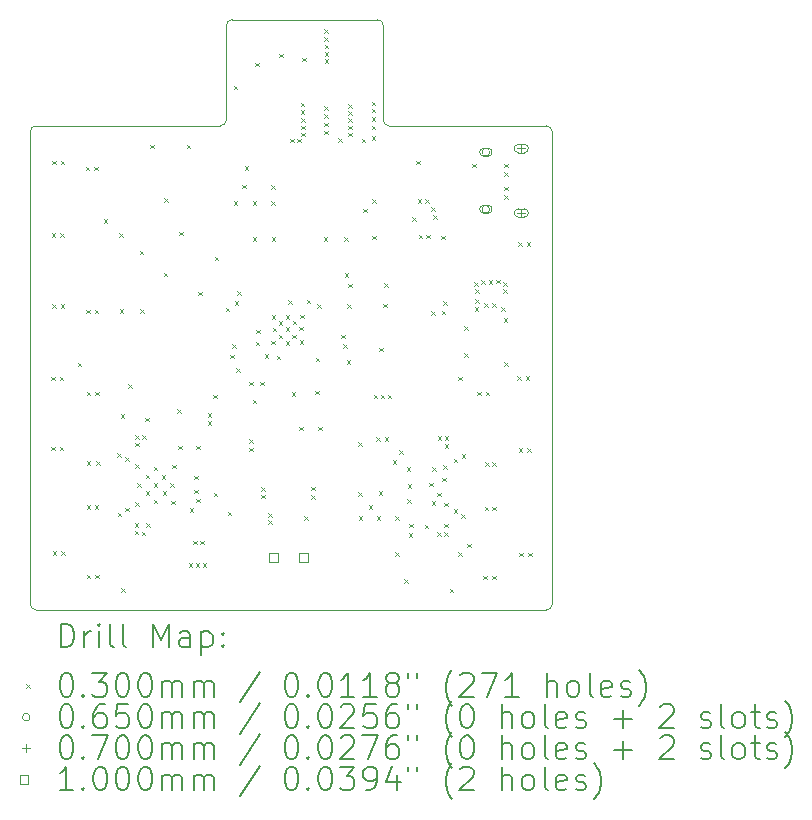
<source format=gbr>
%TF.GenerationSoftware,KiCad,Pcbnew,8.0.2*%
%TF.CreationDate,2024-08-07T22:56:26+12:00*%
%TF.ProjectId,FYP_P2_2,4659505f-5032-45f3-922e-6b696361645f,rev?*%
%TF.SameCoordinates,Original*%
%TF.FileFunction,Drillmap*%
%TF.FilePolarity,Positive*%
%FSLAX45Y45*%
G04 Gerber Fmt 4.5, Leading zero omitted, Abs format (unit mm)*
G04 Created by KiCad (PCBNEW 8.0.2) date 2024-08-07 22:56:26*
%MOMM*%
%LPD*%
G01*
G04 APERTURE LIST*
%ADD10C,0.050000*%
%ADD11C,0.200000*%
%ADD12C,0.100000*%
G04 APERTURE END LIST*
D10*
X14129645Y-7709645D02*
G75*
G02*
X14179635Y-7759645I-5J-49995D01*
G01*
X9761167Y-11759199D02*
X9761167Y-7759199D01*
X9801361Y-7710170D02*
X11370000Y-7710000D01*
X11420000Y-6860000D02*
G75*
G02*
X11470000Y-6810000I50000J0D01*
G01*
X12800000Y-7709645D02*
X14129645Y-7709645D01*
X11470000Y-6810000D02*
X12699645Y-6810355D01*
X14129645Y-11809645D02*
X9811167Y-11809199D01*
X12699645Y-6810355D02*
G75*
G02*
X12749645Y-6860355I-5J-50005D01*
G01*
X9761167Y-7759199D02*
G75*
G02*
X9801361Y-7710169I50003J-1D01*
G01*
X9811167Y-11809199D02*
G75*
G02*
X9761171Y-11759199I3J49999D01*
G01*
X14179645Y-11759645D02*
G75*
G02*
X14129645Y-11809645I-50005J5D01*
G01*
X12749645Y-6860355D02*
X12750000Y-7659645D01*
X14179645Y-7759645D02*
X14179645Y-11759645D01*
X11420000Y-7660000D02*
X11420000Y-6860000D01*
X11420000Y-7660000D02*
G75*
G02*
X11370000Y-7710000I-50000J0D01*
G01*
X12800000Y-7709645D02*
G75*
G02*
X12749995Y-7659645I0J50005D01*
G01*
D11*
D12*
X9938000Y-9835000D02*
X9968000Y-9865000D01*
X9968000Y-9835000D02*
X9938000Y-9865000D01*
X9940000Y-10425000D02*
X9970000Y-10455000D01*
X9970000Y-10425000D02*
X9940000Y-10455000D01*
X9943000Y-8620000D02*
X9973000Y-8650000D01*
X9973000Y-8620000D02*
X9943000Y-8650000D01*
X9945000Y-8005000D02*
X9975000Y-8035000D01*
X9975000Y-8005000D02*
X9945000Y-8035000D01*
X9947500Y-9220000D02*
X9977500Y-9250000D01*
X9977500Y-9220000D02*
X9947500Y-9250000D01*
X9950000Y-11312500D02*
X9980000Y-11342500D01*
X9980000Y-11312500D02*
X9950000Y-11342500D01*
X10010000Y-9835000D02*
X10040000Y-9865000D01*
X10040000Y-9835000D02*
X10010000Y-9865000D01*
X10012000Y-10425000D02*
X10042000Y-10455000D01*
X10042000Y-10425000D02*
X10012000Y-10455000D01*
X10015000Y-8620000D02*
X10045000Y-8650000D01*
X10045000Y-8620000D02*
X10015000Y-8650000D01*
X10017000Y-8005000D02*
X10047000Y-8035000D01*
X10047000Y-8005000D02*
X10017000Y-8035000D01*
X10019500Y-9220000D02*
X10049500Y-9250000D01*
X10049500Y-9220000D02*
X10019500Y-9250000D01*
X10022000Y-11312500D02*
X10052000Y-11342500D01*
X10052000Y-11312500D02*
X10022000Y-11342500D01*
X10162500Y-9717500D02*
X10192500Y-9747500D01*
X10192500Y-9717500D02*
X10162500Y-9747500D01*
X10230500Y-8055000D02*
X10260500Y-8085000D01*
X10260500Y-8055000D02*
X10230500Y-8085000D01*
X10233000Y-9267500D02*
X10263000Y-9297500D01*
X10263000Y-9267500D02*
X10233000Y-9297500D01*
X10237500Y-10550000D02*
X10267500Y-10580000D01*
X10267500Y-10550000D02*
X10237500Y-10580000D01*
X10237500Y-10922500D02*
X10267500Y-10952500D01*
X10267500Y-10922500D02*
X10237500Y-10952500D01*
X10238000Y-9960000D02*
X10268000Y-9990000D01*
X10268000Y-9960000D02*
X10238000Y-9990000D01*
X10238000Y-11510000D02*
X10268000Y-11540000D01*
X10268000Y-11510000D02*
X10238000Y-11540000D01*
X10302500Y-8055000D02*
X10332500Y-8085000D01*
X10332500Y-8055000D02*
X10302500Y-8085000D01*
X10305000Y-9267500D02*
X10335000Y-9297500D01*
X10335000Y-9267500D02*
X10305000Y-9297500D01*
X10307500Y-10922500D02*
X10337500Y-10952500D01*
X10337500Y-10922500D02*
X10307500Y-10952500D01*
X10310000Y-9960000D02*
X10340000Y-9990000D01*
X10340000Y-9960000D02*
X10310000Y-9990000D01*
X10310000Y-11510000D02*
X10340000Y-11540000D01*
X10340000Y-11510000D02*
X10310000Y-11540000D01*
X10320000Y-10547500D02*
X10350000Y-10577500D01*
X10350000Y-10547500D02*
X10320000Y-10577500D01*
X10382000Y-8502000D02*
X10412000Y-8532000D01*
X10412000Y-8502000D02*
X10382000Y-8532000D01*
X10497500Y-10480000D02*
X10527500Y-10510000D01*
X10527500Y-10480000D02*
X10497500Y-10510000D01*
X10500000Y-10985000D02*
X10530000Y-11015000D01*
X10530000Y-10985000D02*
X10500000Y-11015000D01*
X10515000Y-8620000D02*
X10545000Y-8650000D01*
X10545000Y-8620000D02*
X10515000Y-8650000D01*
X10517500Y-9262500D02*
X10547500Y-9292500D01*
X10547500Y-9262500D02*
X10517500Y-9292500D01*
X10526000Y-10154000D02*
X10556000Y-10184000D01*
X10556000Y-10154000D02*
X10526000Y-10184000D01*
X10529000Y-11623000D02*
X10559000Y-11653000D01*
X10559000Y-11623000D02*
X10529000Y-11653000D01*
X10565000Y-10515000D02*
X10595000Y-10545000D01*
X10595000Y-10515000D02*
X10565000Y-10545000D01*
X10565000Y-10945000D02*
X10595000Y-10975000D01*
X10595000Y-10945000D02*
X10565000Y-10975000D01*
X10588923Y-9895548D02*
X10618923Y-9925548D01*
X10618923Y-9895548D02*
X10588923Y-9925548D01*
X10645000Y-11075000D02*
X10675000Y-11105000D01*
X10675000Y-11075000D02*
X10645000Y-11105000D01*
X10645000Y-11137500D02*
X10675000Y-11167500D01*
X10675000Y-11137500D02*
X10645000Y-11167500D01*
X10647500Y-10330000D02*
X10677500Y-10360000D01*
X10677500Y-10330000D02*
X10647500Y-10360000D01*
X10647500Y-10392500D02*
X10677500Y-10422500D01*
X10677500Y-10392500D02*
X10647500Y-10422500D01*
X10647500Y-10575000D02*
X10677500Y-10605000D01*
X10677500Y-10575000D02*
X10647500Y-10605000D01*
X10647500Y-10895000D02*
X10677500Y-10925000D01*
X10677500Y-10895000D02*
X10647500Y-10925000D01*
X10667500Y-10735000D02*
X10697500Y-10765000D01*
X10697500Y-10735000D02*
X10667500Y-10765000D01*
X10689105Y-8766500D02*
X10719105Y-8796500D01*
X10719105Y-8766500D02*
X10689105Y-8796500D01*
X10690000Y-9262500D02*
X10720000Y-9292500D01*
X10720000Y-9262500D02*
X10690000Y-9292500D01*
X10705000Y-11145000D02*
X10735000Y-11175000D01*
X10735000Y-11145000D02*
X10705000Y-11175000D01*
X10710000Y-10330000D02*
X10740000Y-10360000D01*
X10740000Y-10330000D02*
X10710000Y-10360000D01*
X10732853Y-10183147D02*
X10762853Y-10213147D01*
X10762853Y-10183147D02*
X10732853Y-10213147D01*
X10737500Y-10665000D02*
X10767500Y-10695000D01*
X10767500Y-10665000D02*
X10737500Y-10695000D01*
X10737500Y-10805000D02*
X10767500Y-10835000D01*
X10767500Y-10805000D02*
X10737500Y-10835000D01*
X10743852Y-11075067D02*
X10773852Y-11105067D01*
X10773852Y-11075067D02*
X10743852Y-11105067D01*
X10777500Y-7870000D02*
X10807500Y-7900000D01*
X10807500Y-7870000D02*
X10777500Y-7900000D01*
X10807500Y-10595000D02*
X10837500Y-10625000D01*
X10837500Y-10595000D02*
X10807500Y-10625000D01*
X10807500Y-10735000D02*
X10837500Y-10765000D01*
X10837500Y-10735000D02*
X10807500Y-10765000D01*
X10807500Y-10875000D02*
X10837500Y-10905000D01*
X10837500Y-10875000D02*
X10807500Y-10905000D01*
X10875000Y-10670000D02*
X10905000Y-10700000D01*
X10905000Y-10670000D02*
X10875000Y-10700000D01*
X10882500Y-10805000D02*
X10912500Y-10835000D01*
X10912500Y-10805000D02*
X10882500Y-10835000D01*
X10890794Y-8953328D02*
X10920794Y-8983328D01*
X10920794Y-8953328D02*
X10890794Y-8983328D01*
X10894206Y-8321672D02*
X10924206Y-8351672D01*
X10924206Y-8321672D02*
X10894206Y-8351672D01*
X10947500Y-10735000D02*
X10977500Y-10765000D01*
X10977500Y-10735000D02*
X10947500Y-10765000D01*
X10955000Y-10882500D02*
X10985000Y-10912500D01*
X10985000Y-10882500D02*
X10955000Y-10912500D01*
X10962500Y-10577500D02*
X10992500Y-10607500D01*
X10992500Y-10577500D02*
X10962500Y-10607500D01*
X11006000Y-10108000D02*
X11036000Y-10138000D01*
X11036000Y-10108000D02*
X11006000Y-10138000D01*
X11012500Y-10417500D02*
X11042500Y-10447500D01*
X11042500Y-10417500D02*
X11012500Y-10447500D01*
X11020000Y-8605000D02*
X11050000Y-8635000D01*
X11050000Y-8605000D02*
X11020000Y-8635000D01*
X11085000Y-7870000D02*
X11115000Y-7900000D01*
X11115000Y-7870000D02*
X11085000Y-7900000D01*
X11101000Y-11413000D02*
X11131000Y-11443000D01*
X11131000Y-11413000D02*
X11101000Y-11443000D01*
X11110000Y-10946000D02*
X11140000Y-10976000D01*
X11140000Y-10946000D02*
X11110000Y-10976000D01*
X11139000Y-11224000D02*
X11169000Y-11254000D01*
X11169000Y-11224000D02*
X11139000Y-11254000D01*
X11147282Y-10790768D02*
X11177282Y-10820768D01*
X11177282Y-10790768D02*
X11147282Y-10820768D01*
X11150000Y-10670768D02*
X11180000Y-10700768D01*
X11180000Y-10670768D02*
X11150000Y-10700768D01*
X11161000Y-11413000D02*
X11191000Y-11443000D01*
X11191000Y-11413000D02*
X11161000Y-11443000D01*
X11166169Y-10868507D02*
X11196169Y-10898507D01*
X11196169Y-10868507D02*
X11166169Y-10898507D01*
X11167500Y-10417500D02*
X11197500Y-10447500D01*
X11197500Y-10417500D02*
X11167500Y-10447500D01*
X11185000Y-9114484D02*
X11215000Y-9144484D01*
X11215000Y-9114484D02*
X11185000Y-9144484D01*
X11200000Y-11224000D02*
X11230000Y-11254000D01*
X11230000Y-11224000D02*
X11200000Y-11254000D01*
X11221000Y-11413000D02*
X11251000Y-11443000D01*
X11251000Y-11413000D02*
X11221000Y-11443000D01*
X11263000Y-10141000D02*
X11293000Y-10171000D01*
X11293000Y-10141000D02*
X11263000Y-10171000D01*
X11263000Y-10213000D02*
X11293000Y-10243000D01*
X11293000Y-10213000D02*
X11263000Y-10243000D01*
X11309163Y-9984800D02*
X11339163Y-10014800D01*
X11339163Y-9984800D02*
X11309163Y-10014800D01*
X11313000Y-10815000D02*
X11343000Y-10845000D01*
X11343000Y-10815000D02*
X11313000Y-10845000D01*
X11323000Y-8820000D02*
X11353000Y-8850000D01*
X11353000Y-8820000D02*
X11323000Y-8850000D01*
X11417500Y-9250000D02*
X11447500Y-9280000D01*
X11447500Y-9250000D02*
X11417500Y-9280000D01*
X11432000Y-10979000D02*
X11462000Y-11009000D01*
X11462000Y-10979000D02*
X11432000Y-11009000D01*
X11454755Y-9647000D02*
X11484755Y-9677000D01*
X11484755Y-9647000D02*
X11454755Y-9677000D01*
X11470000Y-9558000D02*
X11500000Y-9588000D01*
X11500000Y-9558000D02*
X11470000Y-9588000D01*
X11483000Y-8349000D02*
X11513000Y-8379000D01*
X11513000Y-8349000D02*
X11483000Y-8379000D01*
X11485000Y-7370000D02*
X11515000Y-7400000D01*
X11515000Y-7370000D02*
X11485000Y-7400000D01*
X11491777Y-9197056D02*
X11521777Y-9227056D01*
X11521777Y-9197056D02*
X11491777Y-9227056D01*
X11506192Y-9761622D02*
X11536192Y-9791622D01*
X11536192Y-9761622D02*
X11506192Y-9791622D01*
X11512500Y-9112500D02*
X11542500Y-9142500D01*
X11542500Y-9112500D02*
X11512500Y-9142500D01*
X11555000Y-8207500D02*
X11585000Y-8237500D01*
X11585000Y-8207500D02*
X11555000Y-8237500D01*
X11577500Y-8052500D02*
X11607500Y-8082500D01*
X11607500Y-8052500D02*
X11577500Y-8082500D01*
X11613000Y-10362000D02*
X11643000Y-10392000D01*
X11643000Y-10362000D02*
X11613000Y-10392000D01*
X11613000Y-10434000D02*
X11643000Y-10464000D01*
X11643000Y-10434000D02*
X11613000Y-10464000D01*
X11615000Y-9875000D02*
X11645000Y-9905000D01*
X11645000Y-9875000D02*
X11615000Y-9905000D01*
X11642500Y-10027500D02*
X11672500Y-10057500D01*
X11672500Y-10027500D02*
X11642500Y-10057500D01*
X11644000Y-8349000D02*
X11674000Y-8379000D01*
X11674000Y-8349000D02*
X11644000Y-8379000D01*
X11645000Y-8655000D02*
X11675000Y-8685000D01*
X11675000Y-8655000D02*
X11645000Y-8685000D01*
X11665000Y-7174000D02*
X11695000Y-7204000D01*
X11695000Y-7174000D02*
X11665000Y-7204000D01*
X11670000Y-9537500D02*
X11700000Y-9567500D01*
X11700000Y-9537500D02*
X11670000Y-9567500D01*
X11675699Y-9437148D02*
X11705699Y-9467148D01*
X11705699Y-9437148D02*
X11675699Y-9467148D01*
X11709000Y-9877000D02*
X11739000Y-9907000D01*
X11739000Y-9877000D02*
X11709000Y-9907000D01*
X11715000Y-10767500D02*
X11745000Y-10797500D01*
X11745000Y-10767500D02*
X11715000Y-10797500D01*
X11715000Y-10835000D02*
X11745000Y-10865000D01*
X11745000Y-10835000D02*
X11715000Y-10865000D01*
X11744881Y-9642592D02*
X11774881Y-9672592D01*
X11774881Y-9642592D02*
X11744881Y-9672592D01*
X11775000Y-10990000D02*
X11805000Y-11020000D01*
X11805000Y-10990000D02*
X11775000Y-11020000D01*
X11775000Y-11050000D02*
X11805000Y-11080000D01*
X11805000Y-11050000D02*
X11775000Y-11080000D01*
X11800000Y-8215000D02*
X11830000Y-8245000D01*
X11830000Y-8215000D02*
X11800000Y-8245000D01*
X11802500Y-9530000D02*
X11832500Y-9560000D01*
X11832500Y-9530000D02*
X11802500Y-9560000D01*
X11803000Y-8349000D02*
X11833000Y-8379000D01*
X11833000Y-8349000D02*
X11803000Y-8379000D01*
X11805000Y-9315000D02*
X11835000Y-9345000D01*
X11835000Y-9315000D02*
X11805000Y-9345000D01*
X11806846Y-8654733D02*
X11836846Y-8684733D01*
X11836846Y-8654733D02*
X11806846Y-8684733D01*
X11815000Y-9417500D02*
X11845000Y-9447500D01*
X11845000Y-9417500D02*
X11815000Y-9447500D01*
X11847500Y-9655000D02*
X11877500Y-9685000D01*
X11877500Y-9655000D02*
X11847500Y-9685000D01*
X11862500Y-9480000D02*
X11892500Y-9510000D01*
X11892500Y-9480000D02*
X11862500Y-9510000D01*
X11865000Y-9362500D02*
X11895000Y-9392500D01*
X11895000Y-9362500D02*
X11865000Y-9392500D01*
X11870000Y-7101000D02*
X11900000Y-7131000D01*
X11900000Y-7101000D02*
X11870000Y-7131000D01*
X11922500Y-9315000D02*
X11952500Y-9345000D01*
X11952500Y-9315000D02*
X11922500Y-9345000D01*
X11925000Y-9415000D02*
X11955000Y-9445000D01*
X11955000Y-9415000D02*
X11925000Y-9445000D01*
X11925000Y-9532500D02*
X11955000Y-9562500D01*
X11955000Y-9532500D02*
X11925000Y-9562500D01*
X11943929Y-9188000D02*
X11973929Y-9218000D01*
X11973929Y-9188000D02*
X11943929Y-9218000D01*
X11960000Y-7817500D02*
X11990000Y-7847500D01*
X11990000Y-7817500D02*
X11960000Y-7847500D01*
X11975000Y-9967500D02*
X12005000Y-9997500D01*
X12005000Y-9967500D02*
X11975000Y-9997500D01*
X11980000Y-9477500D02*
X12010000Y-9507500D01*
X12010000Y-9477500D02*
X11980000Y-9507500D01*
X11982500Y-9360000D02*
X12012500Y-9390000D01*
X12012500Y-9360000D02*
X11982500Y-9390000D01*
X12020000Y-7820000D02*
X12050000Y-7850000D01*
X12050000Y-7820000D02*
X12020000Y-7850000D01*
X12039309Y-10258069D02*
X12069309Y-10288069D01*
X12069309Y-10258069D02*
X12039309Y-10288069D01*
X12040000Y-9412500D02*
X12070000Y-9442500D01*
X12070000Y-9412500D02*
X12040000Y-9442500D01*
X12042500Y-9525000D02*
X12072500Y-9555000D01*
X12072500Y-9525000D02*
X12042500Y-9555000D01*
X12045000Y-9310000D02*
X12075000Y-9340000D01*
X12075000Y-9310000D02*
X12045000Y-9340000D01*
X12050000Y-7515000D02*
X12080000Y-7545000D01*
X12080000Y-7515000D02*
X12050000Y-7545000D01*
X12052500Y-7580000D02*
X12082500Y-7610000D01*
X12082500Y-7580000D02*
X12052500Y-7610000D01*
X12055000Y-7647500D02*
X12085000Y-7677500D01*
X12085000Y-7647500D02*
X12055000Y-7677500D01*
X12055000Y-7707500D02*
X12085000Y-7737500D01*
X12085000Y-7707500D02*
X12055000Y-7737500D01*
X12055000Y-7767500D02*
X12085000Y-7797500D01*
X12085000Y-7767500D02*
X12055000Y-7797500D01*
X12062000Y-7135000D02*
X12092000Y-7165000D01*
X12092000Y-7135000D02*
X12062000Y-7165000D01*
X12082500Y-11017500D02*
X12112500Y-11047500D01*
X12112500Y-11017500D02*
X12082500Y-11047500D01*
X12100000Y-9182500D02*
X12130000Y-9212500D01*
X12130000Y-9182500D02*
X12100000Y-9212500D01*
X12137500Y-10765500D02*
X12167500Y-10795500D01*
X12167500Y-10765500D02*
X12137500Y-10795500D01*
X12137500Y-10837500D02*
X12167500Y-10867500D01*
X12167500Y-10837500D02*
X12137500Y-10867500D01*
X12175000Y-9952500D02*
X12205000Y-9982500D01*
X12205000Y-9952500D02*
X12175000Y-9982500D01*
X12178857Y-9675225D02*
X12208857Y-9705225D01*
X12208857Y-9675225D02*
X12178857Y-9705225D01*
X12189845Y-9218169D02*
X12219845Y-9248169D01*
X12219845Y-9218169D02*
X12189845Y-9248169D01*
X12200000Y-10258069D02*
X12230000Y-10288069D01*
X12230000Y-10258069D02*
X12200000Y-10288069D01*
X12244000Y-8653000D02*
X12274000Y-8683000D01*
X12274000Y-8653000D02*
X12244000Y-8683000D01*
X12247500Y-6892500D02*
X12277500Y-6922500D01*
X12277500Y-6892500D02*
X12247500Y-6922500D01*
X12250000Y-6957500D02*
X12280000Y-6987500D01*
X12280000Y-6957500D02*
X12250000Y-6987500D01*
X12250000Y-7542500D02*
X12280000Y-7572500D01*
X12280000Y-7542500D02*
X12250000Y-7572500D01*
X12250000Y-7612500D02*
X12280000Y-7642500D01*
X12280000Y-7612500D02*
X12250000Y-7642500D01*
X12250000Y-7682500D02*
X12280000Y-7712500D01*
X12280000Y-7682500D02*
X12250000Y-7712500D01*
X12250000Y-7750000D02*
X12280000Y-7780000D01*
X12280000Y-7750000D02*
X12250000Y-7780000D01*
X12252500Y-7025000D02*
X12282500Y-7055000D01*
X12282500Y-7025000D02*
X12252500Y-7055000D01*
X12252500Y-7085000D02*
X12282500Y-7115000D01*
X12282500Y-7085000D02*
X12252500Y-7115000D01*
X12252500Y-7145000D02*
X12282500Y-7175000D01*
X12282500Y-7145000D02*
X12252500Y-7175000D01*
X12370000Y-7815000D02*
X12400000Y-7845000D01*
X12400000Y-7815000D02*
X12370000Y-7845000D01*
X12393062Y-9480000D02*
X12423062Y-9510000D01*
X12423062Y-9480000D02*
X12393062Y-9510000D01*
X12410000Y-9560000D02*
X12440000Y-9590000D01*
X12440000Y-9560000D02*
X12410000Y-9590000D01*
X12419000Y-8654000D02*
X12449000Y-8684000D01*
X12449000Y-8654000D02*
X12419000Y-8684000D01*
X12422500Y-8960000D02*
X12452500Y-8990000D01*
X12452500Y-8960000D02*
X12422500Y-8990000D01*
X12440000Y-9693364D02*
X12470000Y-9723364D01*
X12470000Y-9693364D02*
X12440000Y-9723364D01*
X12442502Y-9222186D02*
X12472502Y-9252186D01*
X12472502Y-9222186D02*
X12442502Y-9252186D01*
X12451500Y-9047500D02*
X12481500Y-9077500D01*
X12481500Y-9047500D02*
X12451500Y-9077500D01*
X12452500Y-7647500D02*
X12482500Y-7677500D01*
X12482500Y-7647500D02*
X12452500Y-7677500D01*
X12452500Y-7707500D02*
X12482500Y-7737500D01*
X12482500Y-7707500D02*
X12452500Y-7737500D01*
X12452500Y-7770000D02*
X12482500Y-7800000D01*
X12482500Y-7770000D02*
X12452500Y-7800000D01*
X12455000Y-7527500D02*
X12485000Y-7557500D01*
X12485000Y-7527500D02*
X12455000Y-7557500D01*
X12455000Y-7587500D02*
X12485000Y-7617500D01*
X12485000Y-7587500D02*
X12455000Y-7617500D01*
X12537000Y-10387500D02*
X12567000Y-10417500D01*
X12567000Y-10387500D02*
X12537000Y-10417500D01*
X12537500Y-10812500D02*
X12567500Y-10842500D01*
X12567500Y-10812500D02*
X12537500Y-10842500D01*
X12541000Y-11014000D02*
X12571000Y-11044000D01*
X12571000Y-11014000D02*
X12541000Y-11044000D01*
X12567500Y-7817500D02*
X12597500Y-7847500D01*
X12597500Y-7817500D02*
X12567500Y-7847500D01*
X12580000Y-8410000D02*
X12610000Y-8440000D01*
X12610000Y-8410000D02*
X12580000Y-8440000D01*
X12625000Y-10920000D02*
X12655000Y-10950000D01*
X12655000Y-10920000D02*
X12625000Y-10950000D01*
X12650000Y-7565000D02*
X12680000Y-7595000D01*
X12680000Y-7565000D02*
X12650000Y-7595000D01*
X12650000Y-7635000D02*
X12680000Y-7665000D01*
X12680000Y-7635000D02*
X12650000Y-7665000D01*
X12650000Y-7710000D02*
X12680000Y-7740000D01*
X12680000Y-7710000D02*
X12650000Y-7740000D01*
X12650000Y-7797500D02*
X12680000Y-7827500D01*
X12680000Y-7797500D02*
X12650000Y-7827500D01*
X12651000Y-7504000D02*
X12681000Y-7534000D01*
X12681000Y-7504000D02*
X12651000Y-7534000D01*
X12657500Y-8332500D02*
X12687500Y-8362500D01*
X12687500Y-8332500D02*
X12657500Y-8362500D01*
X12657500Y-8640000D02*
X12687500Y-8670000D01*
X12687500Y-8640000D02*
X12657500Y-8670000D01*
X12669000Y-9986000D02*
X12699000Y-10016000D01*
X12699000Y-9986000D02*
X12669000Y-10016000D01*
X12688000Y-10345000D02*
X12718000Y-10375000D01*
X12718000Y-10345000D02*
X12688000Y-10375000D01*
X12695000Y-11015000D02*
X12725000Y-11045000D01*
X12725000Y-11015000D02*
X12695000Y-11045000D01*
X12710000Y-10804000D02*
X12740000Y-10834000D01*
X12740000Y-10804000D02*
X12710000Y-10834000D01*
X12715000Y-9588000D02*
X12745000Y-9618000D01*
X12745000Y-9588000D02*
X12715000Y-9618000D01*
X12729000Y-9986000D02*
X12759000Y-10016000D01*
X12759000Y-9986000D02*
X12729000Y-10016000D01*
X12748000Y-9218000D02*
X12778000Y-9248000D01*
X12778000Y-9218000D02*
X12748000Y-9248000D01*
X12756000Y-9044000D02*
X12786000Y-9074000D01*
X12786000Y-9044000D02*
X12756000Y-9074000D01*
X12760000Y-10345000D02*
X12790000Y-10375000D01*
X12790000Y-10345000D02*
X12760000Y-10375000D01*
X12789000Y-9986000D02*
X12819000Y-10016000D01*
X12819000Y-9986000D02*
X12789000Y-10016000D01*
X12830000Y-10540000D02*
X12860000Y-10570000D01*
X12860000Y-10540000D02*
X12830000Y-10570000D01*
X12850000Y-11015000D02*
X12880000Y-11045000D01*
X12880000Y-11015000D02*
X12850000Y-11045000D01*
X12853000Y-11322000D02*
X12883000Y-11352000D01*
X12883000Y-11322000D02*
X12853000Y-11352000D01*
X12882500Y-10455000D02*
X12912500Y-10485000D01*
X12912500Y-10455000D02*
X12882500Y-10485000D01*
X12926000Y-11550000D02*
X12956000Y-11580000D01*
X12956000Y-11550000D02*
X12926000Y-11580000D01*
X12950000Y-10602500D02*
X12980000Y-10632500D01*
X12980000Y-10602500D02*
X12950000Y-10632500D01*
X12952500Y-10870000D02*
X12982500Y-10900000D01*
X12982500Y-10870000D02*
X12952500Y-10900000D01*
X12955000Y-10742500D02*
X12985000Y-10772500D01*
X12985000Y-10742500D02*
X12955000Y-10772500D01*
X12965905Y-11158849D02*
X12995905Y-11188849D01*
X12995905Y-11158849D02*
X12965905Y-11188849D01*
X12970804Y-11078999D02*
X13000804Y-11108999D01*
X13000804Y-11078999D02*
X12970804Y-11108999D01*
X12995000Y-8482500D02*
X13025000Y-8512500D01*
X13025000Y-8482500D02*
X12995000Y-8512500D01*
X13030000Y-8005000D02*
X13060000Y-8035000D01*
X13060000Y-8005000D02*
X13030000Y-8035000D01*
X13040000Y-8330000D02*
X13070000Y-8360000D01*
X13070000Y-8330000D02*
X13040000Y-8360000D01*
X13050000Y-8632500D02*
X13080000Y-8662500D01*
X13080000Y-8632500D02*
X13050000Y-8662500D01*
X13100074Y-11085805D02*
X13130074Y-11115805D01*
X13130074Y-11085805D02*
X13100074Y-11115805D01*
X13102500Y-8330000D02*
X13132500Y-8360000D01*
X13132500Y-8330000D02*
X13102500Y-8360000D01*
X13112500Y-8632500D02*
X13142500Y-8662500D01*
X13142500Y-8632500D02*
X13112500Y-8662500D01*
X13137500Y-10732500D02*
X13167500Y-10762500D01*
X13167500Y-10732500D02*
X13137500Y-10762500D01*
X13155000Y-9277500D02*
X13185000Y-9307500D01*
X13185000Y-9277500D02*
X13155000Y-9307500D01*
X13157500Y-8400000D02*
X13187500Y-8430000D01*
X13187500Y-8400000D02*
X13157500Y-8430000D01*
X13160000Y-10890000D02*
X13190000Y-10920000D01*
X13190000Y-10890000D02*
X13160000Y-10920000D01*
X13165000Y-10602500D02*
X13195000Y-10632500D01*
X13195000Y-10602500D02*
X13165000Y-10632500D01*
X13170395Y-8465000D02*
X13200395Y-8495000D01*
X13200395Y-8465000D02*
X13170395Y-8495000D01*
X13205000Y-10815000D02*
X13235000Y-10845000D01*
X13235000Y-10815000D02*
X13205000Y-10845000D01*
X13206000Y-11151000D02*
X13236000Y-11181000D01*
X13236000Y-11151000D02*
X13206000Y-11181000D01*
X13210000Y-10338000D02*
X13240000Y-10368000D01*
X13240000Y-10338000D02*
X13210000Y-10368000D01*
X13240000Y-8640000D02*
X13270000Y-8670000D01*
X13270000Y-8640000D02*
X13240000Y-8670000D01*
X13245000Y-9275000D02*
X13275000Y-9305000D01*
X13275000Y-9275000D02*
X13245000Y-9305000D01*
X13250000Y-10690000D02*
X13280000Y-10720000D01*
X13280000Y-10690000D02*
X13250000Y-10720000D01*
X13255347Y-9195672D02*
X13285347Y-9225672D01*
X13285347Y-9195672D02*
X13255347Y-9225672D01*
X13257500Y-10585000D02*
X13287500Y-10615000D01*
X13287500Y-10585000D02*
X13257500Y-10615000D01*
X13267000Y-11080000D02*
X13297000Y-11110000D01*
X13297000Y-11080000D02*
X13267000Y-11110000D01*
X13267000Y-11151000D02*
X13297000Y-11181000D01*
X13297000Y-11151000D02*
X13267000Y-11181000D01*
X13267500Y-10902500D02*
X13297500Y-10932500D01*
X13297500Y-10902500D02*
X13267500Y-10932500D01*
X13271000Y-10338000D02*
X13301000Y-10368000D01*
X13301000Y-10338000D02*
X13271000Y-10368000D01*
X13271000Y-10404000D02*
X13301000Y-10434000D01*
X13301000Y-10404000D02*
X13271000Y-10434000D01*
X13313000Y-11631000D02*
X13343000Y-11661000D01*
X13343000Y-11631000D02*
X13313000Y-11661000D01*
X13345500Y-10527000D02*
X13375500Y-10557000D01*
X13375500Y-10527000D02*
X13345500Y-10557000D01*
X13345500Y-10957000D02*
X13375500Y-10987000D01*
X13375500Y-10957000D02*
X13345500Y-10987000D01*
X13383000Y-9833000D02*
X13413000Y-9863000D01*
X13413000Y-9833000D02*
X13383000Y-9863000D01*
X13385000Y-11322000D02*
X13415000Y-11352000D01*
X13415000Y-11322000D02*
X13385000Y-11352000D01*
X13410500Y-10997000D02*
X13440500Y-11027000D01*
X13440500Y-10997000D02*
X13410500Y-11027000D01*
X13413000Y-10492000D02*
X13443000Y-10522000D01*
X13443000Y-10492000D02*
X13413000Y-10522000D01*
X13436000Y-9407500D02*
X13466000Y-9437500D01*
X13466000Y-9407500D02*
X13436000Y-9437500D01*
X13436000Y-9635000D02*
X13466000Y-9665000D01*
X13466000Y-9635000D02*
X13436000Y-9665000D01*
X13462000Y-11247000D02*
X13492000Y-11277000D01*
X13492000Y-11247000D02*
X13462000Y-11277000D01*
X13501500Y-8030000D02*
X13531500Y-8060000D01*
X13531500Y-8030000D02*
X13501500Y-8060000D01*
X13520000Y-9032500D02*
X13550000Y-9062500D01*
X13550000Y-9032500D02*
X13520000Y-9062500D01*
X13525000Y-9245000D02*
X13555000Y-9275000D01*
X13555000Y-9245000D02*
X13525000Y-9275000D01*
X13527500Y-9095000D02*
X13557500Y-9125000D01*
X13557500Y-9095000D02*
X13527500Y-9125000D01*
X13527500Y-9180000D02*
X13557500Y-9210000D01*
X13557500Y-9180000D02*
X13527500Y-9210000D01*
X13545000Y-9960000D02*
X13575000Y-9990000D01*
X13575000Y-9960000D02*
X13545000Y-9990000D01*
X13580000Y-9015000D02*
X13610000Y-9045000D01*
X13610000Y-9015000D02*
X13580000Y-9045000D01*
X13598000Y-11520000D02*
X13628000Y-11550000D01*
X13628000Y-11520000D02*
X13598000Y-11550000D01*
X13602500Y-9210000D02*
X13632500Y-9240000D01*
X13632500Y-9210000D02*
X13602500Y-9240000D01*
X13610000Y-10933000D02*
X13640000Y-10963000D01*
X13640000Y-10933000D02*
X13610000Y-10963000D01*
X13612000Y-10556000D02*
X13642000Y-10586000D01*
X13642000Y-10556000D02*
X13612000Y-10586000D01*
X13617000Y-9960000D02*
X13647000Y-9990000D01*
X13647000Y-9960000D02*
X13617000Y-9990000D01*
X13642500Y-9015000D02*
X13672500Y-9045000D01*
X13672500Y-9015000D02*
X13642500Y-9045000D01*
X13670000Y-11520000D02*
X13700000Y-11550000D01*
X13700000Y-11520000D02*
X13670000Y-11550000D01*
X13671000Y-10933000D02*
X13701000Y-10963000D01*
X13701000Y-10933000D02*
X13671000Y-10963000D01*
X13672500Y-9210000D02*
X13702500Y-9240000D01*
X13702500Y-9210000D02*
X13672500Y-9240000D01*
X13673000Y-10556000D02*
X13703000Y-10586000D01*
X13703000Y-10556000D02*
X13673000Y-10586000D01*
X13705000Y-9012500D02*
X13735000Y-9042500D01*
X13735000Y-9012500D02*
X13705000Y-9042500D01*
X13750000Y-9247500D02*
X13780000Y-9277500D01*
X13780000Y-9247500D02*
X13750000Y-9277500D01*
X13765000Y-9032500D02*
X13795000Y-9062500D01*
X13795000Y-9032500D02*
X13765000Y-9062500D01*
X13765000Y-9095000D02*
X13795000Y-9125000D01*
X13795000Y-9095000D02*
X13765000Y-9125000D01*
X13770000Y-9340000D02*
X13800000Y-9370000D01*
X13800000Y-9340000D02*
X13770000Y-9370000D01*
X13772500Y-9710000D02*
X13802500Y-9740000D01*
X13802500Y-9710000D02*
X13772500Y-9740000D01*
X13775000Y-8030000D02*
X13805000Y-8060000D01*
X13805000Y-8030000D02*
X13775000Y-8060000D01*
X13775000Y-8102000D02*
X13805000Y-8132000D01*
X13805000Y-8102000D02*
X13775000Y-8132000D01*
X13775000Y-8225000D02*
X13805000Y-8255000D01*
X13805000Y-8225000D02*
X13775000Y-8255000D01*
X13775000Y-8297000D02*
X13805000Y-8327000D01*
X13805000Y-8297000D02*
X13775000Y-8327000D01*
X13885500Y-9830000D02*
X13915500Y-9860000D01*
X13915500Y-9830000D02*
X13885500Y-9860000D01*
X13893000Y-8695000D02*
X13923000Y-8725000D01*
X13923000Y-8695000D02*
X13893000Y-8725000D01*
X13895000Y-10437500D02*
X13925000Y-10467500D01*
X13925000Y-10437500D02*
X13895000Y-10467500D01*
X13902500Y-11322500D02*
X13932500Y-11352500D01*
X13932500Y-11322500D02*
X13902500Y-11352500D01*
X13957500Y-9830000D02*
X13987500Y-9860000D01*
X13987500Y-9830000D02*
X13957500Y-9860000D01*
X13965000Y-8695000D02*
X13995000Y-8725000D01*
X13995000Y-8695000D02*
X13965000Y-8725000D01*
X13967000Y-10437500D02*
X13997000Y-10467500D01*
X13997000Y-10437500D02*
X13967000Y-10467500D01*
X13974500Y-11322500D02*
X14004500Y-11352500D01*
X14004500Y-11322500D02*
X13974500Y-11352500D01*
X13650500Y-7932500D02*
G75*
G02*
X13585500Y-7932500I-32500J0D01*
G01*
X13585500Y-7932500D02*
G75*
G02*
X13650500Y-7932500I32500J0D01*
G01*
X13638000Y-7900000D02*
X13598000Y-7900000D01*
X13598000Y-7965000D02*
G75*
G02*
X13598000Y-7900000I0J32500D01*
G01*
X13598000Y-7965000D02*
X13638000Y-7965000D01*
X13638000Y-7965000D02*
G75*
G03*
X13638000Y-7900000I0J32500D01*
G01*
X13650500Y-8416500D02*
G75*
G02*
X13585500Y-8416500I-32500J0D01*
G01*
X13585500Y-8416500D02*
G75*
G02*
X13650500Y-8416500I32500J0D01*
G01*
X13638000Y-8384000D02*
X13598000Y-8384000D01*
X13598000Y-8449000D02*
G75*
G02*
X13598000Y-8384000I0J32500D01*
G01*
X13598000Y-8449000D02*
X13638000Y-8449000D01*
X13638000Y-8449000D02*
G75*
G03*
X13638000Y-8384000I0J32500D01*
G01*
X13918000Y-7866500D02*
X13918000Y-7936500D01*
X13883000Y-7901500D02*
X13953000Y-7901500D01*
X13943000Y-7866500D02*
X13893000Y-7866500D01*
X13893000Y-7936500D02*
G75*
G02*
X13893000Y-7866500I0J35000D01*
G01*
X13893000Y-7936500D02*
X13943000Y-7936500D01*
X13943000Y-7936500D02*
G75*
G03*
X13943000Y-7866500I0J35000D01*
G01*
X13918000Y-8412500D02*
X13918000Y-8482500D01*
X13883000Y-8447500D02*
X13953000Y-8447500D01*
X13943000Y-8412500D02*
X13893000Y-8412500D01*
X13893000Y-8482500D02*
G75*
G02*
X13893000Y-8412500I0J35000D01*
G01*
X13893000Y-8482500D02*
X13943000Y-8482500D01*
X13943000Y-8482500D02*
G75*
G03*
X13943000Y-8412500I0J35000D01*
G01*
X11855356Y-11400356D02*
X11855356Y-11329644D01*
X11784644Y-11329644D01*
X11784644Y-11400356D01*
X11855356Y-11400356D01*
X12109356Y-11400356D02*
X12109356Y-11329644D01*
X12038644Y-11329644D01*
X12038644Y-11400356D01*
X12109356Y-11400356D01*
D11*
X10019444Y-12123628D02*
X10019444Y-11923628D01*
X10019444Y-11923628D02*
X10067063Y-11923628D01*
X10067063Y-11923628D02*
X10095634Y-11933152D01*
X10095634Y-11933152D02*
X10114682Y-11952200D01*
X10114682Y-11952200D02*
X10124206Y-11971247D01*
X10124206Y-11971247D02*
X10133730Y-12009343D01*
X10133730Y-12009343D02*
X10133730Y-12037914D01*
X10133730Y-12037914D02*
X10124206Y-12076009D01*
X10124206Y-12076009D02*
X10114682Y-12095057D01*
X10114682Y-12095057D02*
X10095634Y-12114105D01*
X10095634Y-12114105D02*
X10067063Y-12123628D01*
X10067063Y-12123628D02*
X10019444Y-12123628D01*
X10219444Y-12123628D02*
X10219444Y-11990295D01*
X10219444Y-12028390D02*
X10228968Y-12009343D01*
X10228968Y-12009343D02*
X10238492Y-11999819D01*
X10238492Y-11999819D02*
X10257539Y-11990295D01*
X10257539Y-11990295D02*
X10276587Y-11990295D01*
X10343253Y-12123628D02*
X10343253Y-11990295D01*
X10343253Y-11923628D02*
X10333730Y-11933152D01*
X10333730Y-11933152D02*
X10343253Y-11942676D01*
X10343253Y-11942676D02*
X10352777Y-11933152D01*
X10352777Y-11933152D02*
X10343253Y-11923628D01*
X10343253Y-11923628D02*
X10343253Y-11942676D01*
X10467063Y-12123628D02*
X10448015Y-12114105D01*
X10448015Y-12114105D02*
X10438492Y-12095057D01*
X10438492Y-12095057D02*
X10438492Y-11923628D01*
X10571825Y-12123628D02*
X10552777Y-12114105D01*
X10552777Y-12114105D02*
X10543253Y-12095057D01*
X10543253Y-12095057D02*
X10543253Y-11923628D01*
X10800396Y-12123628D02*
X10800396Y-11923628D01*
X10800396Y-11923628D02*
X10867063Y-12066486D01*
X10867063Y-12066486D02*
X10933730Y-11923628D01*
X10933730Y-11923628D02*
X10933730Y-12123628D01*
X11114682Y-12123628D02*
X11114682Y-12018867D01*
X11114682Y-12018867D02*
X11105158Y-11999819D01*
X11105158Y-11999819D02*
X11086111Y-11990295D01*
X11086111Y-11990295D02*
X11048015Y-11990295D01*
X11048015Y-11990295D02*
X11028968Y-11999819D01*
X11114682Y-12114105D02*
X11095634Y-12123628D01*
X11095634Y-12123628D02*
X11048015Y-12123628D01*
X11048015Y-12123628D02*
X11028968Y-12114105D01*
X11028968Y-12114105D02*
X11019444Y-12095057D01*
X11019444Y-12095057D02*
X11019444Y-12076009D01*
X11019444Y-12076009D02*
X11028968Y-12056962D01*
X11028968Y-12056962D02*
X11048015Y-12047438D01*
X11048015Y-12047438D02*
X11095634Y-12047438D01*
X11095634Y-12047438D02*
X11114682Y-12037914D01*
X11209920Y-11990295D02*
X11209920Y-12190295D01*
X11209920Y-11999819D02*
X11228968Y-11990295D01*
X11228968Y-11990295D02*
X11267063Y-11990295D01*
X11267063Y-11990295D02*
X11286111Y-11999819D01*
X11286111Y-11999819D02*
X11295634Y-12009343D01*
X11295634Y-12009343D02*
X11305158Y-12028390D01*
X11305158Y-12028390D02*
X11305158Y-12085533D01*
X11305158Y-12085533D02*
X11295634Y-12104581D01*
X11295634Y-12104581D02*
X11286111Y-12114105D01*
X11286111Y-12114105D02*
X11267063Y-12123628D01*
X11267063Y-12123628D02*
X11228968Y-12123628D01*
X11228968Y-12123628D02*
X11209920Y-12114105D01*
X11390872Y-12104581D02*
X11400396Y-12114105D01*
X11400396Y-12114105D02*
X11390872Y-12123628D01*
X11390872Y-12123628D02*
X11381349Y-12114105D01*
X11381349Y-12114105D02*
X11390872Y-12104581D01*
X11390872Y-12104581D02*
X11390872Y-12123628D01*
X11390872Y-11999819D02*
X11400396Y-12009343D01*
X11400396Y-12009343D02*
X11390872Y-12018867D01*
X11390872Y-12018867D02*
X11381349Y-12009343D01*
X11381349Y-12009343D02*
X11390872Y-11999819D01*
X11390872Y-11999819D02*
X11390872Y-12018867D01*
D12*
X9728667Y-12437145D02*
X9758667Y-12467145D01*
X9758667Y-12437145D02*
X9728667Y-12467145D01*
D11*
X10057539Y-12343628D02*
X10076587Y-12343628D01*
X10076587Y-12343628D02*
X10095634Y-12353152D01*
X10095634Y-12353152D02*
X10105158Y-12362676D01*
X10105158Y-12362676D02*
X10114682Y-12381724D01*
X10114682Y-12381724D02*
X10124206Y-12419819D01*
X10124206Y-12419819D02*
X10124206Y-12467438D01*
X10124206Y-12467438D02*
X10114682Y-12505533D01*
X10114682Y-12505533D02*
X10105158Y-12524581D01*
X10105158Y-12524581D02*
X10095634Y-12534105D01*
X10095634Y-12534105D02*
X10076587Y-12543628D01*
X10076587Y-12543628D02*
X10057539Y-12543628D01*
X10057539Y-12543628D02*
X10038492Y-12534105D01*
X10038492Y-12534105D02*
X10028968Y-12524581D01*
X10028968Y-12524581D02*
X10019444Y-12505533D01*
X10019444Y-12505533D02*
X10009920Y-12467438D01*
X10009920Y-12467438D02*
X10009920Y-12419819D01*
X10009920Y-12419819D02*
X10019444Y-12381724D01*
X10019444Y-12381724D02*
X10028968Y-12362676D01*
X10028968Y-12362676D02*
X10038492Y-12353152D01*
X10038492Y-12353152D02*
X10057539Y-12343628D01*
X10209920Y-12524581D02*
X10219444Y-12534105D01*
X10219444Y-12534105D02*
X10209920Y-12543628D01*
X10209920Y-12543628D02*
X10200396Y-12534105D01*
X10200396Y-12534105D02*
X10209920Y-12524581D01*
X10209920Y-12524581D02*
X10209920Y-12543628D01*
X10286111Y-12343628D02*
X10409920Y-12343628D01*
X10409920Y-12343628D02*
X10343253Y-12419819D01*
X10343253Y-12419819D02*
X10371825Y-12419819D01*
X10371825Y-12419819D02*
X10390873Y-12429343D01*
X10390873Y-12429343D02*
X10400396Y-12438867D01*
X10400396Y-12438867D02*
X10409920Y-12457914D01*
X10409920Y-12457914D02*
X10409920Y-12505533D01*
X10409920Y-12505533D02*
X10400396Y-12524581D01*
X10400396Y-12524581D02*
X10390873Y-12534105D01*
X10390873Y-12534105D02*
X10371825Y-12543628D01*
X10371825Y-12543628D02*
X10314682Y-12543628D01*
X10314682Y-12543628D02*
X10295634Y-12534105D01*
X10295634Y-12534105D02*
X10286111Y-12524581D01*
X10533730Y-12343628D02*
X10552777Y-12343628D01*
X10552777Y-12343628D02*
X10571825Y-12353152D01*
X10571825Y-12353152D02*
X10581349Y-12362676D01*
X10581349Y-12362676D02*
X10590873Y-12381724D01*
X10590873Y-12381724D02*
X10600396Y-12419819D01*
X10600396Y-12419819D02*
X10600396Y-12467438D01*
X10600396Y-12467438D02*
X10590873Y-12505533D01*
X10590873Y-12505533D02*
X10581349Y-12524581D01*
X10581349Y-12524581D02*
X10571825Y-12534105D01*
X10571825Y-12534105D02*
X10552777Y-12543628D01*
X10552777Y-12543628D02*
X10533730Y-12543628D01*
X10533730Y-12543628D02*
X10514682Y-12534105D01*
X10514682Y-12534105D02*
X10505158Y-12524581D01*
X10505158Y-12524581D02*
X10495634Y-12505533D01*
X10495634Y-12505533D02*
X10486111Y-12467438D01*
X10486111Y-12467438D02*
X10486111Y-12419819D01*
X10486111Y-12419819D02*
X10495634Y-12381724D01*
X10495634Y-12381724D02*
X10505158Y-12362676D01*
X10505158Y-12362676D02*
X10514682Y-12353152D01*
X10514682Y-12353152D02*
X10533730Y-12343628D01*
X10724206Y-12343628D02*
X10743254Y-12343628D01*
X10743254Y-12343628D02*
X10762301Y-12353152D01*
X10762301Y-12353152D02*
X10771825Y-12362676D01*
X10771825Y-12362676D02*
X10781349Y-12381724D01*
X10781349Y-12381724D02*
X10790873Y-12419819D01*
X10790873Y-12419819D02*
X10790873Y-12467438D01*
X10790873Y-12467438D02*
X10781349Y-12505533D01*
X10781349Y-12505533D02*
X10771825Y-12524581D01*
X10771825Y-12524581D02*
X10762301Y-12534105D01*
X10762301Y-12534105D02*
X10743254Y-12543628D01*
X10743254Y-12543628D02*
X10724206Y-12543628D01*
X10724206Y-12543628D02*
X10705158Y-12534105D01*
X10705158Y-12534105D02*
X10695634Y-12524581D01*
X10695634Y-12524581D02*
X10686111Y-12505533D01*
X10686111Y-12505533D02*
X10676587Y-12467438D01*
X10676587Y-12467438D02*
X10676587Y-12419819D01*
X10676587Y-12419819D02*
X10686111Y-12381724D01*
X10686111Y-12381724D02*
X10695634Y-12362676D01*
X10695634Y-12362676D02*
X10705158Y-12353152D01*
X10705158Y-12353152D02*
X10724206Y-12343628D01*
X10876587Y-12543628D02*
X10876587Y-12410295D01*
X10876587Y-12429343D02*
X10886111Y-12419819D01*
X10886111Y-12419819D02*
X10905158Y-12410295D01*
X10905158Y-12410295D02*
X10933730Y-12410295D01*
X10933730Y-12410295D02*
X10952777Y-12419819D01*
X10952777Y-12419819D02*
X10962301Y-12438867D01*
X10962301Y-12438867D02*
X10962301Y-12543628D01*
X10962301Y-12438867D02*
X10971825Y-12419819D01*
X10971825Y-12419819D02*
X10990873Y-12410295D01*
X10990873Y-12410295D02*
X11019444Y-12410295D01*
X11019444Y-12410295D02*
X11038492Y-12419819D01*
X11038492Y-12419819D02*
X11048015Y-12438867D01*
X11048015Y-12438867D02*
X11048015Y-12543628D01*
X11143254Y-12543628D02*
X11143254Y-12410295D01*
X11143254Y-12429343D02*
X11152777Y-12419819D01*
X11152777Y-12419819D02*
X11171825Y-12410295D01*
X11171825Y-12410295D02*
X11200396Y-12410295D01*
X11200396Y-12410295D02*
X11219444Y-12419819D01*
X11219444Y-12419819D02*
X11228968Y-12438867D01*
X11228968Y-12438867D02*
X11228968Y-12543628D01*
X11228968Y-12438867D02*
X11238492Y-12419819D01*
X11238492Y-12419819D02*
X11257539Y-12410295D01*
X11257539Y-12410295D02*
X11286111Y-12410295D01*
X11286111Y-12410295D02*
X11305158Y-12419819D01*
X11305158Y-12419819D02*
X11314682Y-12438867D01*
X11314682Y-12438867D02*
X11314682Y-12543628D01*
X11705158Y-12334105D02*
X11533730Y-12591247D01*
X11962301Y-12343628D02*
X11981349Y-12343628D01*
X11981349Y-12343628D02*
X12000396Y-12353152D01*
X12000396Y-12353152D02*
X12009920Y-12362676D01*
X12009920Y-12362676D02*
X12019444Y-12381724D01*
X12019444Y-12381724D02*
X12028968Y-12419819D01*
X12028968Y-12419819D02*
X12028968Y-12467438D01*
X12028968Y-12467438D02*
X12019444Y-12505533D01*
X12019444Y-12505533D02*
X12009920Y-12524581D01*
X12009920Y-12524581D02*
X12000396Y-12534105D01*
X12000396Y-12534105D02*
X11981349Y-12543628D01*
X11981349Y-12543628D02*
X11962301Y-12543628D01*
X11962301Y-12543628D02*
X11943254Y-12534105D01*
X11943254Y-12534105D02*
X11933730Y-12524581D01*
X11933730Y-12524581D02*
X11924206Y-12505533D01*
X11924206Y-12505533D02*
X11914682Y-12467438D01*
X11914682Y-12467438D02*
X11914682Y-12419819D01*
X11914682Y-12419819D02*
X11924206Y-12381724D01*
X11924206Y-12381724D02*
X11933730Y-12362676D01*
X11933730Y-12362676D02*
X11943254Y-12353152D01*
X11943254Y-12353152D02*
X11962301Y-12343628D01*
X12114682Y-12524581D02*
X12124206Y-12534105D01*
X12124206Y-12534105D02*
X12114682Y-12543628D01*
X12114682Y-12543628D02*
X12105158Y-12534105D01*
X12105158Y-12534105D02*
X12114682Y-12524581D01*
X12114682Y-12524581D02*
X12114682Y-12543628D01*
X12248015Y-12343628D02*
X12267063Y-12343628D01*
X12267063Y-12343628D02*
X12286111Y-12353152D01*
X12286111Y-12353152D02*
X12295635Y-12362676D01*
X12295635Y-12362676D02*
X12305158Y-12381724D01*
X12305158Y-12381724D02*
X12314682Y-12419819D01*
X12314682Y-12419819D02*
X12314682Y-12467438D01*
X12314682Y-12467438D02*
X12305158Y-12505533D01*
X12305158Y-12505533D02*
X12295635Y-12524581D01*
X12295635Y-12524581D02*
X12286111Y-12534105D01*
X12286111Y-12534105D02*
X12267063Y-12543628D01*
X12267063Y-12543628D02*
X12248015Y-12543628D01*
X12248015Y-12543628D02*
X12228968Y-12534105D01*
X12228968Y-12534105D02*
X12219444Y-12524581D01*
X12219444Y-12524581D02*
X12209920Y-12505533D01*
X12209920Y-12505533D02*
X12200396Y-12467438D01*
X12200396Y-12467438D02*
X12200396Y-12419819D01*
X12200396Y-12419819D02*
X12209920Y-12381724D01*
X12209920Y-12381724D02*
X12219444Y-12362676D01*
X12219444Y-12362676D02*
X12228968Y-12353152D01*
X12228968Y-12353152D02*
X12248015Y-12343628D01*
X12505158Y-12543628D02*
X12390873Y-12543628D01*
X12448015Y-12543628D02*
X12448015Y-12343628D01*
X12448015Y-12343628D02*
X12428968Y-12372200D01*
X12428968Y-12372200D02*
X12409920Y-12391247D01*
X12409920Y-12391247D02*
X12390873Y-12400771D01*
X12695635Y-12543628D02*
X12581349Y-12543628D01*
X12638492Y-12543628D02*
X12638492Y-12343628D01*
X12638492Y-12343628D02*
X12619444Y-12372200D01*
X12619444Y-12372200D02*
X12600396Y-12391247D01*
X12600396Y-12391247D02*
X12581349Y-12400771D01*
X12809920Y-12429343D02*
X12790873Y-12419819D01*
X12790873Y-12419819D02*
X12781349Y-12410295D01*
X12781349Y-12410295D02*
X12771825Y-12391247D01*
X12771825Y-12391247D02*
X12771825Y-12381724D01*
X12771825Y-12381724D02*
X12781349Y-12362676D01*
X12781349Y-12362676D02*
X12790873Y-12353152D01*
X12790873Y-12353152D02*
X12809920Y-12343628D01*
X12809920Y-12343628D02*
X12848016Y-12343628D01*
X12848016Y-12343628D02*
X12867063Y-12353152D01*
X12867063Y-12353152D02*
X12876587Y-12362676D01*
X12876587Y-12362676D02*
X12886111Y-12381724D01*
X12886111Y-12381724D02*
X12886111Y-12391247D01*
X12886111Y-12391247D02*
X12876587Y-12410295D01*
X12876587Y-12410295D02*
X12867063Y-12419819D01*
X12867063Y-12419819D02*
X12848016Y-12429343D01*
X12848016Y-12429343D02*
X12809920Y-12429343D01*
X12809920Y-12429343D02*
X12790873Y-12438867D01*
X12790873Y-12438867D02*
X12781349Y-12448390D01*
X12781349Y-12448390D02*
X12771825Y-12467438D01*
X12771825Y-12467438D02*
X12771825Y-12505533D01*
X12771825Y-12505533D02*
X12781349Y-12524581D01*
X12781349Y-12524581D02*
X12790873Y-12534105D01*
X12790873Y-12534105D02*
X12809920Y-12543628D01*
X12809920Y-12543628D02*
X12848016Y-12543628D01*
X12848016Y-12543628D02*
X12867063Y-12534105D01*
X12867063Y-12534105D02*
X12876587Y-12524581D01*
X12876587Y-12524581D02*
X12886111Y-12505533D01*
X12886111Y-12505533D02*
X12886111Y-12467438D01*
X12886111Y-12467438D02*
X12876587Y-12448390D01*
X12876587Y-12448390D02*
X12867063Y-12438867D01*
X12867063Y-12438867D02*
X12848016Y-12429343D01*
X12962301Y-12343628D02*
X12962301Y-12381724D01*
X13038492Y-12343628D02*
X13038492Y-12381724D01*
X13333730Y-12619819D02*
X13324206Y-12610295D01*
X13324206Y-12610295D02*
X13305158Y-12581724D01*
X13305158Y-12581724D02*
X13295635Y-12562676D01*
X13295635Y-12562676D02*
X13286111Y-12534105D01*
X13286111Y-12534105D02*
X13276587Y-12486486D01*
X13276587Y-12486486D02*
X13276587Y-12448390D01*
X13276587Y-12448390D02*
X13286111Y-12400771D01*
X13286111Y-12400771D02*
X13295635Y-12372200D01*
X13295635Y-12372200D02*
X13305158Y-12353152D01*
X13305158Y-12353152D02*
X13324206Y-12324581D01*
X13324206Y-12324581D02*
X13333730Y-12315057D01*
X13400397Y-12362676D02*
X13409920Y-12353152D01*
X13409920Y-12353152D02*
X13428968Y-12343628D01*
X13428968Y-12343628D02*
X13476587Y-12343628D01*
X13476587Y-12343628D02*
X13495635Y-12353152D01*
X13495635Y-12353152D02*
X13505158Y-12362676D01*
X13505158Y-12362676D02*
X13514682Y-12381724D01*
X13514682Y-12381724D02*
X13514682Y-12400771D01*
X13514682Y-12400771D02*
X13505158Y-12429343D01*
X13505158Y-12429343D02*
X13390873Y-12543628D01*
X13390873Y-12543628D02*
X13514682Y-12543628D01*
X13581349Y-12343628D02*
X13714682Y-12343628D01*
X13714682Y-12343628D02*
X13628968Y-12543628D01*
X13895635Y-12543628D02*
X13781349Y-12543628D01*
X13838492Y-12543628D02*
X13838492Y-12343628D01*
X13838492Y-12343628D02*
X13819444Y-12372200D01*
X13819444Y-12372200D02*
X13800397Y-12391247D01*
X13800397Y-12391247D02*
X13781349Y-12400771D01*
X14133730Y-12543628D02*
X14133730Y-12343628D01*
X14219444Y-12543628D02*
X14219444Y-12438867D01*
X14219444Y-12438867D02*
X14209920Y-12419819D01*
X14209920Y-12419819D02*
X14190873Y-12410295D01*
X14190873Y-12410295D02*
X14162301Y-12410295D01*
X14162301Y-12410295D02*
X14143254Y-12419819D01*
X14143254Y-12419819D02*
X14133730Y-12429343D01*
X14343254Y-12543628D02*
X14324206Y-12534105D01*
X14324206Y-12534105D02*
X14314682Y-12524581D01*
X14314682Y-12524581D02*
X14305159Y-12505533D01*
X14305159Y-12505533D02*
X14305159Y-12448390D01*
X14305159Y-12448390D02*
X14314682Y-12429343D01*
X14314682Y-12429343D02*
X14324206Y-12419819D01*
X14324206Y-12419819D02*
X14343254Y-12410295D01*
X14343254Y-12410295D02*
X14371825Y-12410295D01*
X14371825Y-12410295D02*
X14390873Y-12419819D01*
X14390873Y-12419819D02*
X14400397Y-12429343D01*
X14400397Y-12429343D02*
X14409920Y-12448390D01*
X14409920Y-12448390D02*
X14409920Y-12505533D01*
X14409920Y-12505533D02*
X14400397Y-12524581D01*
X14400397Y-12524581D02*
X14390873Y-12534105D01*
X14390873Y-12534105D02*
X14371825Y-12543628D01*
X14371825Y-12543628D02*
X14343254Y-12543628D01*
X14524206Y-12543628D02*
X14505159Y-12534105D01*
X14505159Y-12534105D02*
X14495635Y-12515057D01*
X14495635Y-12515057D02*
X14495635Y-12343628D01*
X14676587Y-12534105D02*
X14657540Y-12543628D01*
X14657540Y-12543628D02*
X14619444Y-12543628D01*
X14619444Y-12543628D02*
X14600397Y-12534105D01*
X14600397Y-12534105D02*
X14590873Y-12515057D01*
X14590873Y-12515057D02*
X14590873Y-12438867D01*
X14590873Y-12438867D02*
X14600397Y-12419819D01*
X14600397Y-12419819D02*
X14619444Y-12410295D01*
X14619444Y-12410295D02*
X14657540Y-12410295D01*
X14657540Y-12410295D02*
X14676587Y-12419819D01*
X14676587Y-12419819D02*
X14686111Y-12438867D01*
X14686111Y-12438867D02*
X14686111Y-12457914D01*
X14686111Y-12457914D02*
X14590873Y-12476962D01*
X14762301Y-12534105D02*
X14781349Y-12543628D01*
X14781349Y-12543628D02*
X14819444Y-12543628D01*
X14819444Y-12543628D02*
X14838492Y-12534105D01*
X14838492Y-12534105D02*
X14848016Y-12515057D01*
X14848016Y-12515057D02*
X14848016Y-12505533D01*
X14848016Y-12505533D02*
X14838492Y-12486486D01*
X14838492Y-12486486D02*
X14819444Y-12476962D01*
X14819444Y-12476962D02*
X14790873Y-12476962D01*
X14790873Y-12476962D02*
X14771825Y-12467438D01*
X14771825Y-12467438D02*
X14762301Y-12448390D01*
X14762301Y-12448390D02*
X14762301Y-12438867D01*
X14762301Y-12438867D02*
X14771825Y-12419819D01*
X14771825Y-12419819D02*
X14790873Y-12410295D01*
X14790873Y-12410295D02*
X14819444Y-12410295D01*
X14819444Y-12410295D02*
X14838492Y-12419819D01*
X14914682Y-12619819D02*
X14924206Y-12610295D01*
X14924206Y-12610295D02*
X14943254Y-12581724D01*
X14943254Y-12581724D02*
X14952778Y-12562676D01*
X14952778Y-12562676D02*
X14962301Y-12534105D01*
X14962301Y-12534105D02*
X14971825Y-12486486D01*
X14971825Y-12486486D02*
X14971825Y-12448390D01*
X14971825Y-12448390D02*
X14962301Y-12400771D01*
X14962301Y-12400771D02*
X14952778Y-12372200D01*
X14952778Y-12372200D02*
X14943254Y-12353152D01*
X14943254Y-12353152D02*
X14924206Y-12324581D01*
X14924206Y-12324581D02*
X14914682Y-12315057D01*
D12*
X9758667Y-12716145D02*
G75*
G02*
X9693667Y-12716145I-32500J0D01*
G01*
X9693667Y-12716145D02*
G75*
G02*
X9758667Y-12716145I32500J0D01*
G01*
D11*
X10057539Y-12607628D02*
X10076587Y-12607628D01*
X10076587Y-12607628D02*
X10095634Y-12617152D01*
X10095634Y-12617152D02*
X10105158Y-12626676D01*
X10105158Y-12626676D02*
X10114682Y-12645724D01*
X10114682Y-12645724D02*
X10124206Y-12683819D01*
X10124206Y-12683819D02*
X10124206Y-12731438D01*
X10124206Y-12731438D02*
X10114682Y-12769533D01*
X10114682Y-12769533D02*
X10105158Y-12788581D01*
X10105158Y-12788581D02*
X10095634Y-12798105D01*
X10095634Y-12798105D02*
X10076587Y-12807628D01*
X10076587Y-12807628D02*
X10057539Y-12807628D01*
X10057539Y-12807628D02*
X10038492Y-12798105D01*
X10038492Y-12798105D02*
X10028968Y-12788581D01*
X10028968Y-12788581D02*
X10019444Y-12769533D01*
X10019444Y-12769533D02*
X10009920Y-12731438D01*
X10009920Y-12731438D02*
X10009920Y-12683819D01*
X10009920Y-12683819D02*
X10019444Y-12645724D01*
X10019444Y-12645724D02*
X10028968Y-12626676D01*
X10028968Y-12626676D02*
X10038492Y-12617152D01*
X10038492Y-12617152D02*
X10057539Y-12607628D01*
X10209920Y-12788581D02*
X10219444Y-12798105D01*
X10219444Y-12798105D02*
X10209920Y-12807628D01*
X10209920Y-12807628D02*
X10200396Y-12798105D01*
X10200396Y-12798105D02*
X10209920Y-12788581D01*
X10209920Y-12788581D02*
X10209920Y-12807628D01*
X10390873Y-12607628D02*
X10352777Y-12607628D01*
X10352777Y-12607628D02*
X10333730Y-12617152D01*
X10333730Y-12617152D02*
X10324206Y-12626676D01*
X10324206Y-12626676D02*
X10305158Y-12655247D01*
X10305158Y-12655247D02*
X10295634Y-12693343D01*
X10295634Y-12693343D02*
X10295634Y-12769533D01*
X10295634Y-12769533D02*
X10305158Y-12788581D01*
X10305158Y-12788581D02*
X10314682Y-12798105D01*
X10314682Y-12798105D02*
X10333730Y-12807628D01*
X10333730Y-12807628D02*
X10371825Y-12807628D01*
X10371825Y-12807628D02*
X10390873Y-12798105D01*
X10390873Y-12798105D02*
X10400396Y-12788581D01*
X10400396Y-12788581D02*
X10409920Y-12769533D01*
X10409920Y-12769533D02*
X10409920Y-12721914D01*
X10409920Y-12721914D02*
X10400396Y-12702867D01*
X10400396Y-12702867D02*
X10390873Y-12693343D01*
X10390873Y-12693343D02*
X10371825Y-12683819D01*
X10371825Y-12683819D02*
X10333730Y-12683819D01*
X10333730Y-12683819D02*
X10314682Y-12693343D01*
X10314682Y-12693343D02*
X10305158Y-12702867D01*
X10305158Y-12702867D02*
X10295634Y-12721914D01*
X10590873Y-12607628D02*
X10495634Y-12607628D01*
X10495634Y-12607628D02*
X10486111Y-12702867D01*
X10486111Y-12702867D02*
X10495634Y-12693343D01*
X10495634Y-12693343D02*
X10514682Y-12683819D01*
X10514682Y-12683819D02*
X10562301Y-12683819D01*
X10562301Y-12683819D02*
X10581349Y-12693343D01*
X10581349Y-12693343D02*
X10590873Y-12702867D01*
X10590873Y-12702867D02*
X10600396Y-12721914D01*
X10600396Y-12721914D02*
X10600396Y-12769533D01*
X10600396Y-12769533D02*
X10590873Y-12788581D01*
X10590873Y-12788581D02*
X10581349Y-12798105D01*
X10581349Y-12798105D02*
X10562301Y-12807628D01*
X10562301Y-12807628D02*
X10514682Y-12807628D01*
X10514682Y-12807628D02*
X10495634Y-12798105D01*
X10495634Y-12798105D02*
X10486111Y-12788581D01*
X10724206Y-12607628D02*
X10743254Y-12607628D01*
X10743254Y-12607628D02*
X10762301Y-12617152D01*
X10762301Y-12617152D02*
X10771825Y-12626676D01*
X10771825Y-12626676D02*
X10781349Y-12645724D01*
X10781349Y-12645724D02*
X10790873Y-12683819D01*
X10790873Y-12683819D02*
X10790873Y-12731438D01*
X10790873Y-12731438D02*
X10781349Y-12769533D01*
X10781349Y-12769533D02*
X10771825Y-12788581D01*
X10771825Y-12788581D02*
X10762301Y-12798105D01*
X10762301Y-12798105D02*
X10743254Y-12807628D01*
X10743254Y-12807628D02*
X10724206Y-12807628D01*
X10724206Y-12807628D02*
X10705158Y-12798105D01*
X10705158Y-12798105D02*
X10695634Y-12788581D01*
X10695634Y-12788581D02*
X10686111Y-12769533D01*
X10686111Y-12769533D02*
X10676587Y-12731438D01*
X10676587Y-12731438D02*
X10676587Y-12683819D01*
X10676587Y-12683819D02*
X10686111Y-12645724D01*
X10686111Y-12645724D02*
X10695634Y-12626676D01*
X10695634Y-12626676D02*
X10705158Y-12617152D01*
X10705158Y-12617152D02*
X10724206Y-12607628D01*
X10876587Y-12807628D02*
X10876587Y-12674295D01*
X10876587Y-12693343D02*
X10886111Y-12683819D01*
X10886111Y-12683819D02*
X10905158Y-12674295D01*
X10905158Y-12674295D02*
X10933730Y-12674295D01*
X10933730Y-12674295D02*
X10952777Y-12683819D01*
X10952777Y-12683819D02*
X10962301Y-12702867D01*
X10962301Y-12702867D02*
X10962301Y-12807628D01*
X10962301Y-12702867D02*
X10971825Y-12683819D01*
X10971825Y-12683819D02*
X10990873Y-12674295D01*
X10990873Y-12674295D02*
X11019444Y-12674295D01*
X11019444Y-12674295D02*
X11038492Y-12683819D01*
X11038492Y-12683819D02*
X11048015Y-12702867D01*
X11048015Y-12702867D02*
X11048015Y-12807628D01*
X11143254Y-12807628D02*
X11143254Y-12674295D01*
X11143254Y-12693343D02*
X11152777Y-12683819D01*
X11152777Y-12683819D02*
X11171825Y-12674295D01*
X11171825Y-12674295D02*
X11200396Y-12674295D01*
X11200396Y-12674295D02*
X11219444Y-12683819D01*
X11219444Y-12683819D02*
X11228968Y-12702867D01*
X11228968Y-12702867D02*
X11228968Y-12807628D01*
X11228968Y-12702867D02*
X11238492Y-12683819D01*
X11238492Y-12683819D02*
X11257539Y-12674295D01*
X11257539Y-12674295D02*
X11286111Y-12674295D01*
X11286111Y-12674295D02*
X11305158Y-12683819D01*
X11305158Y-12683819D02*
X11314682Y-12702867D01*
X11314682Y-12702867D02*
X11314682Y-12807628D01*
X11705158Y-12598105D02*
X11533730Y-12855247D01*
X11962301Y-12607628D02*
X11981349Y-12607628D01*
X11981349Y-12607628D02*
X12000396Y-12617152D01*
X12000396Y-12617152D02*
X12009920Y-12626676D01*
X12009920Y-12626676D02*
X12019444Y-12645724D01*
X12019444Y-12645724D02*
X12028968Y-12683819D01*
X12028968Y-12683819D02*
X12028968Y-12731438D01*
X12028968Y-12731438D02*
X12019444Y-12769533D01*
X12019444Y-12769533D02*
X12009920Y-12788581D01*
X12009920Y-12788581D02*
X12000396Y-12798105D01*
X12000396Y-12798105D02*
X11981349Y-12807628D01*
X11981349Y-12807628D02*
X11962301Y-12807628D01*
X11962301Y-12807628D02*
X11943254Y-12798105D01*
X11943254Y-12798105D02*
X11933730Y-12788581D01*
X11933730Y-12788581D02*
X11924206Y-12769533D01*
X11924206Y-12769533D02*
X11914682Y-12731438D01*
X11914682Y-12731438D02*
X11914682Y-12683819D01*
X11914682Y-12683819D02*
X11924206Y-12645724D01*
X11924206Y-12645724D02*
X11933730Y-12626676D01*
X11933730Y-12626676D02*
X11943254Y-12617152D01*
X11943254Y-12617152D02*
X11962301Y-12607628D01*
X12114682Y-12788581D02*
X12124206Y-12798105D01*
X12124206Y-12798105D02*
X12114682Y-12807628D01*
X12114682Y-12807628D02*
X12105158Y-12798105D01*
X12105158Y-12798105D02*
X12114682Y-12788581D01*
X12114682Y-12788581D02*
X12114682Y-12807628D01*
X12248015Y-12607628D02*
X12267063Y-12607628D01*
X12267063Y-12607628D02*
X12286111Y-12617152D01*
X12286111Y-12617152D02*
X12295635Y-12626676D01*
X12295635Y-12626676D02*
X12305158Y-12645724D01*
X12305158Y-12645724D02*
X12314682Y-12683819D01*
X12314682Y-12683819D02*
X12314682Y-12731438D01*
X12314682Y-12731438D02*
X12305158Y-12769533D01*
X12305158Y-12769533D02*
X12295635Y-12788581D01*
X12295635Y-12788581D02*
X12286111Y-12798105D01*
X12286111Y-12798105D02*
X12267063Y-12807628D01*
X12267063Y-12807628D02*
X12248015Y-12807628D01*
X12248015Y-12807628D02*
X12228968Y-12798105D01*
X12228968Y-12798105D02*
X12219444Y-12788581D01*
X12219444Y-12788581D02*
X12209920Y-12769533D01*
X12209920Y-12769533D02*
X12200396Y-12731438D01*
X12200396Y-12731438D02*
X12200396Y-12683819D01*
X12200396Y-12683819D02*
X12209920Y-12645724D01*
X12209920Y-12645724D02*
X12219444Y-12626676D01*
X12219444Y-12626676D02*
X12228968Y-12617152D01*
X12228968Y-12617152D02*
X12248015Y-12607628D01*
X12390873Y-12626676D02*
X12400396Y-12617152D01*
X12400396Y-12617152D02*
X12419444Y-12607628D01*
X12419444Y-12607628D02*
X12467063Y-12607628D01*
X12467063Y-12607628D02*
X12486111Y-12617152D01*
X12486111Y-12617152D02*
X12495635Y-12626676D01*
X12495635Y-12626676D02*
X12505158Y-12645724D01*
X12505158Y-12645724D02*
X12505158Y-12664771D01*
X12505158Y-12664771D02*
X12495635Y-12693343D01*
X12495635Y-12693343D02*
X12381349Y-12807628D01*
X12381349Y-12807628D02*
X12505158Y-12807628D01*
X12686111Y-12607628D02*
X12590873Y-12607628D01*
X12590873Y-12607628D02*
X12581349Y-12702867D01*
X12581349Y-12702867D02*
X12590873Y-12693343D01*
X12590873Y-12693343D02*
X12609920Y-12683819D01*
X12609920Y-12683819D02*
X12657539Y-12683819D01*
X12657539Y-12683819D02*
X12676587Y-12693343D01*
X12676587Y-12693343D02*
X12686111Y-12702867D01*
X12686111Y-12702867D02*
X12695635Y-12721914D01*
X12695635Y-12721914D02*
X12695635Y-12769533D01*
X12695635Y-12769533D02*
X12686111Y-12788581D01*
X12686111Y-12788581D02*
X12676587Y-12798105D01*
X12676587Y-12798105D02*
X12657539Y-12807628D01*
X12657539Y-12807628D02*
X12609920Y-12807628D01*
X12609920Y-12807628D02*
X12590873Y-12798105D01*
X12590873Y-12798105D02*
X12581349Y-12788581D01*
X12867063Y-12607628D02*
X12828968Y-12607628D01*
X12828968Y-12607628D02*
X12809920Y-12617152D01*
X12809920Y-12617152D02*
X12800396Y-12626676D01*
X12800396Y-12626676D02*
X12781349Y-12655247D01*
X12781349Y-12655247D02*
X12771825Y-12693343D01*
X12771825Y-12693343D02*
X12771825Y-12769533D01*
X12771825Y-12769533D02*
X12781349Y-12788581D01*
X12781349Y-12788581D02*
X12790873Y-12798105D01*
X12790873Y-12798105D02*
X12809920Y-12807628D01*
X12809920Y-12807628D02*
X12848016Y-12807628D01*
X12848016Y-12807628D02*
X12867063Y-12798105D01*
X12867063Y-12798105D02*
X12876587Y-12788581D01*
X12876587Y-12788581D02*
X12886111Y-12769533D01*
X12886111Y-12769533D02*
X12886111Y-12721914D01*
X12886111Y-12721914D02*
X12876587Y-12702867D01*
X12876587Y-12702867D02*
X12867063Y-12693343D01*
X12867063Y-12693343D02*
X12848016Y-12683819D01*
X12848016Y-12683819D02*
X12809920Y-12683819D01*
X12809920Y-12683819D02*
X12790873Y-12693343D01*
X12790873Y-12693343D02*
X12781349Y-12702867D01*
X12781349Y-12702867D02*
X12771825Y-12721914D01*
X12962301Y-12607628D02*
X12962301Y-12645724D01*
X13038492Y-12607628D02*
X13038492Y-12645724D01*
X13333730Y-12883819D02*
X13324206Y-12874295D01*
X13324206Y-12874295D02*
X13305158Y-12845724D01*
X13305158Y-12845724D02*
X13295635Y-12826676D01*
X13295635Y-12826676D02*
X13286111Y-12798105D01*
X13286111Y-12798105D02*
X13276587Y-12750486D01*
X13276587Y-12750486D02*
X13276587Y-12712390D01*
X13276587Y-12712390D02*
X13286111Y-12664771D01*
X13286111Y-12664771D02*
X13295635Y-12636200D01*
X13295635Y-12636200D02*
X13305158Y-12617152D01*
X13305158Y-12617152D02*
X13324206Y-12588581D01*
X13324206Y-12588581D02*
X13333730Y-12579057D01*
X13448016Y-12607628D02*
X13467063Y-12607628D01*
X13467063Y-12607628D02*
X13486111Y-12617152D01*
X13486111Y-12617152D02*
X13495635Y-12626676D01*
X13495635Y-12626676D02*
X13505158Y-12645724D01*
X13505158Y-12645724D02*
X13514682Y-12683819D01*
X13514682Y-12683819D02*
X13514682Y-12731438D01*
X13514682Y-12731438D02*
X13505158Y-12769533D01*
X13505158Y-12769533D02*
X13495635Y-12788581D01*
X13495635Y-12788581D02*
X13486111Y-12798105D01*
X13486111Y-12798105D02*
X13467063Y-12807628D01*
X13467063Y-12807628D02*
X13448016Y-12807628D01*
X13448016Y-12807628D02*
X13428968Y-12798105D01*
X13428968Y-12798105D02*
X13419444Y-12788581D01*
X13419444Y-12788581D02*
X13409920Y-12769533D01*
X13409920Y-12769533D02*
X13400397Y-12731438D01*
X13400397Y-12731438D02*
X13400397Y-12683819D01*
X13400397Y-12683819D02*
X13409920Y-12645724D01*
X13409920Y-12645724D02*
X13419444Y-12626676D01*
X13419444Y-12626676D02*
X13428968Y-12617152D01*
X13428968Y-12617152D02*
X13448016Y-12607628D01*
X13752778Y-12807628D02*
X13752778Y-12607628D01*
X13838492Y-12807628D02*
X13838492Y-12702867D01*
X13838492Y-12702867D02*
X13828968Y-12683819D01*
X13828968Y-12683819D02*
X13809920Y-12674295D01*
X13809920Y-12674295D02*
X13781349Y-12674295D01*
X13781349Y-12674295D02*
X13762301Y-12683819D01*
X13762301Y-12683819D02*
X13752778Y-12693343D01*
X13962301Y-12807628D02*
X13943254Y-12798105D01*
X13943254Y-12798105D02*
X13933730Y-12788581D01*
X13933730Y-12788581D02*
X13924206Y-12769533D01*
X13924206Y-12769533D02*
X13924206Y-12712390D01*
X13924206Y-12712390D02*
X13933730Y-12693343D01*
X13933730Y-12693343D02*
X13943254Y-12683819D01*
X13943254Y-12683819D02*
X13962301Y-12674295D01*
X13962301Y-12674295D02*
X13990873Y-12674295D01*
X13990873Y-12674295D02*
X14009920Y-12683819D01*
X14009920Y-12683819D02*
X14019444Y-12693343D01*
X14019444Y-12693343D02*
X14028968Y-12712390D01*
X14028968Y-12712390D02*
X14028968Y-12769533D01*
X14028968Y-12769533D02*
X14019444Y-12788581D01*
X14019444Y-12788581D02*
X14009920Y-12798105D01*
X14009920Y-12798105D02*
X13990873Y-12807628D01*
X13990873Y-12807628D02*
X13962301Y-12807628D01*
X14143254Y-12807628D02*
X14124206Y-12798105D01*
X14124206Y-12798105D02*
X14114682Y-12779057D01*
X14114682Y-12779057D02*
X14114682Y-12607628D01*
X14295635Y-12798105D02*
X14276587Y-12807628D01*
X14276587Y-12807628D02*
X14238492Y-12807628D01*
X14238492Y-12807628D02*
X14219444Y-12798105D01*
X14219444Y-12798105D02*
X14209920Y-12779057D01*
X14209920Y-12779057D02*
X14209920Y-12702867D01*
X14209920Y-12702867D02*
X14219444Y-12683819D01*
X14219444Y-12683819D02*
X14238492Y-12674295D01*
X14238492Y-12674295D02*
X14276587Y-12674295D01*
X14276587Y-12674295D02*
X14295635Y-12683819D01*
X14295635Y-12683819D02*
X14305159Y-12702867D01*
X14305159Y-12702867D02*
X14305159Y-12721914D01*
X14305159Y-12721914D02*
X14209920Y-12740962D01*
X14381349Y-12798105D02*
X14400397Y-12807628D01*
X14400397Y-12807628D02*
X14438492Y-12807628D01*
X14438492Y-12807628D02*
X14457540Y-12798105D01*
X14457540Y-12798105D02*
X14467063Y-12779057D01*
X14467063Y-12779057D02*
X14467063Y-12769533D01*
X14467063Y-12769533D02*
X14457540Y-12750486D01*
X14457540Y-12750486D02*
X14438492Y-12740962D01*
X14438492Y-12740962D02*
X14409920Y-12740962D01*
X14409920Y-12740962D02*
X14390873Y-12731438D01*
X14390873Y-12731438D02*
X14381349Y-12712390D01*
X14381349Y-12712390D02*
X14381349Y-12702867D01*
X14381349Y-12702867D02*
X14390873Y-12683819D01*
X14390873Y-12683819D02*
X14409920Y-12674295D01*
X14409920Y-12674295D02*
X14438492Y-12674295D01*
X14438492Y-12674295D02*
X14457540Y-12683819D01*
X14705159Y-12731438D02*
X14857540Y-12731438D01*
X14781349Y-12807628D02*
X14781349Y-12655247D01*
X15095635Y-12626676D02*
X15105159Y-12617152D01*
X15105159Y-12617152D02*
X15124206Y-12607628D01*
X15124206Y-12607628D02*
X15171825Y-12607628D01*
X15171825Y-12607628D02*
X15190873Y-12617152D01*
X15190873Y-12617152D02*
X15200397Y-12626676D01*
X15200397Y-12626676D02*
X15209921Y-12645724D01*
X15209921Y-12645724D02*
X15209921Y-12664771D01*
X15209921Y-12664771D02*
X15200397Y-12693343D01*
X15200397Y-12693343D02*
X15086111Y-12807628D01*
X15086111Y-12807628D02*
X15209921Y-12807628D01*
X15438492Y-12798105D02*
X15457540Y-12807628D01*
X15457540Y-12807628D02*
X15495635Y-12807628D01*
X15495635Y-12807628D02*
X15514683Y-12798105D01*
X15514683Y-12798105D02*
X15524206Y-12779057D01*
X15524206Y-12779057D02*
X15524206Y-12769533D01*
X15524206Y-12769533D02*
X15514683Y-12750486D01*
X15514683Y-12750486D02*
X15495635Y-12740962D01*
X15495635Y-12740962D02*
X15467063Y-12740962D01*
X15467063Y-12740962D02*
X15448016Y-12731438D01*
X15448016Y-12731438D02*
X15438492Y-12712390D01*
X15438492Y-12712390D02*
X15438492Y-12702867D01*
X15438492Y-12702867D02*
X15448016Y-12683819D01*
X15448016Y-12683819D02*
X15467063Y-12674295D01*
X15467063Y-12674295D02*
X15495635Y-12674295D01*
X15495635Y-12674295D02*
X15514683Y-12683819D01*
X15638492Y-12807628D02*
X15619444Y-12798105D01*
X15619444Y-12798105D02*
X15609921Y-12779057D01*
X15609921Y-12779057D02*
X15609921Y-12607628D01*
X15743254Y-12807628D02*
X15724206Y-12798105D01*
X15724206Y-12798105D02*
X15714683Y-12788581D01*
X15714683Y-12788581D02*
X15705159Y-12769533D01*
X15705159Y-12769533D02*
X15705159Y-12712390D01*
X15705159Y-12712390D02*
X15714683Y-12693343D01*
X15714683Y-12693343D02*
X15724206Y-12683819D01*
X15724206Y-12683819D02*
X15743254Y-12674295D01*
X15743254Y-12674295D02*
X15771825Y-12674295D01*
X15771825Y-12674295D02*
X15790873Y-12683819D01*
X15790873Y-12683819D02*
X15800397Y-12693343D01*
X15800397Y-12693343D02*
X15809921Y-12712390D01*
X15809921Y-12712390D02*
X15809921Y-12769533D01*
X15809921Y-12769533D02*
X15800397Y-12788581D01*
X15800397Y-12788581D02*
X15790873Y-12798105D01*
X15790873Y-12798105D02*
X15771825Y-12807628D01*
X15771825Y-12807628D02*
X15743254Y-12807628D01*
X15867064Y-12674295D02*
X15943254Y-12674295D01*
X15895635Y-12607628D02*
X15895635Y-12779057D01*
X15895635Y-12779057D02*
X15905159Y-12798105D01*
X15905159Y-12798105D02*
X15924206Y-12807628D01*
X15924206Y-12807628D02*
X15943254Y-12807628D01*
X16000397Y-12798105D02*
X16019444Y-12807628D01*
X16019444Y-12807628D02*
X16057540Y-12807628D01*
X16057540Y-12807628D02*
X16076587Y-12798105D01*
X16076587Y-12798105D02*
X16086111Y-12779057D01*
X16086111Y-12779057D02*
X16086111Y-12769533D01*
X16086111Y-12769533D02*
X16076587Y-12750486D01*
X16076587Y-12750486D02*
X16057540Y-12740962D01*
X16057540Y-12740962D02*
X16028968Y-12740962D01*
X16028968Y-12740962D02*
X16009921Y-12731438D01*
X16009921Y-12731438D02*
X16000397Y-12712390D01*
X16000397Y-12712390D02*
X16000397Y-12702867D01*
X16000397Y-12702867D02*
X16009921Y-12683819D01*
X16009921Y-12683819D02*
X16028968Y-12674295D01*
X16028968Y-12674295D02*
X16057540Y-12674295D01*
X16057540Y-12674295D02*
X16076587Y-12683819D01*
X16152778Y-12883819D02*
X16162302Y-12874295D01*
X16162302Y-12874295D02*
X16181349Y-12845724D01*
X16181349Y-12845724D02*
X16190873Y-12826676D01*
X16190873Y-12826676D02*
X16200397Y-12798105D01*
X16200397Y-12798105D02*
X16209921Y-12750486D01*
X16209921Y-12750486D02*
X16209921Y-12712390D01*
X16209921Y-12712390D02*
X16200397Y-12664771D01*
X16200397Y-12664771D02*
X16190873Y-12636200D01*
X16190873Y-12636200D02*
X16181349Y-12617152D01*
X16181349Y-12617152D02*
X16162302Y-12588581D01*
X16162302Y-12588581D02*
X16152778Y-12579057D01*
D12*
X9723667Y-12945145D02*
X9723667Y-13015145D01*
X9688667Y-12980145D02*
X9758667Y-12980145D01*
D11*
X10057539Y-12871628D02*
X10076587Y-12871628D01*
X10076587Y-12871628D02*
X10095634Y-12881152D01*
X10095634Y-12881152D02*
X10105158Y-12890676D01*
X10105158Y-12890676D02*
X10114682Y-12909724D01*
X10114682Y-12909724D02*
X10124206Y-12947819D01*
X10124206Y-12947819D02*
X10124206Y-12995438D01*
X10124206Y-12995438D02*
X10114682Y-13033533D01*
X10114682Y-13033533D02*
X10105158Y-13052581D01*
X10105158Y-13052581D02*
X10095634Y-13062105D01*
X10095634Y-13062105D02*
X10076587Y-13071628D01*
X10076587Y-13071628D02*
X10057539Y-13071628D01*
X10057539Y-13071628D02*
X10038492Y-13062105D01*
X10038492Y-13062105D02*
X10028968Y-13052581D01*
X10028968Y-13052581D02*
X10019444Y-13033533D01*
X10019444Y-13033533D02*
X10009920Y-12995438D01*
X10009920Y-12995438D02*
X10009920Y-12947819D01*
X10009920Y-12947819D02*
X10019444Y-12909724D01*
X10019444Y-12909724D02*
X10028968Y-12890676D01*
X10028968Y-12890676D02*
X10038492Y-12881152D01*
X10038492Y-12881152D02*
X10057539Y-12871628D01*
X10209920Y-13052581D02*
X10219444Y-13062105D01*
X10219444Y-13062105D02*
X10209920Y-13071628D01*
X10209920Y-13071628D02*
X10200396Y-13062105D01*
X10200396Y-13062105D02*
X10209920Y-13052581D01*
X10209920Y-13052581D02*
X10209920Y-13071628D01*
X10286111Y-12871628D02*
X10419444Y-12871628D01*
X10419444Y-12871628D02*
X10333730Y-13071628D01*
X10533730Y-12871628D02*
X10552777Y-12871628D01*
X10552777Y-12871628D02*
X10571825Y-12881152D01*
X10571825Y-12881152D02*
X10581349Y-12890676D01*
X10581349Y-12890676D02*
X10590873Y-12909724D01*
X10590873Y-12909724D02*
X10600396Y-12947819D01*
X10600396Y-12947819D02*
X10600396Y-12995438D01*
X10600396Y-12995438D02*
X10590873Y-13033533D01*
X10590873Y-13033533D02*
X10581349Y-13052581D01*
X10581349Y-13052581D02*
X10571825Y-13062105D01*
X10571825Y-13062105D02*
X10552777Y-13071628D01*
X10552777Y-13071628D02*
X10533730Y-13071628D01*
X10533730Y-13071628D02*
X10514682Y-13062105D01*
X10514682Y-13062105D02*
X10505158Y-13052581D01*
X10505158Y-13052581D02*
X10495634Y-13033533D01*
X10495634Y-13033533D02*
X10486111Y-12995438D01*
X10486111Y-12995438D02*
X10486111Y-12947819D01*
X10486111Y-12947819D02*
X10495634Y-12909724D01*
X10495634Y-12909724D02*
X10505158Y-12890676D01*
X10505158Y-12890676D02*
X10514682Y-12881152D01*
X10514682Y-12881152D02*
X10533730Y-12871628D01*
X10724206Y-12871628D02*
X10743254Y-12871628D01*
X10743254Y-12871628D02*
X10762301Y-12881152D01*
X10762301Y-12881152D02*
X10771825Y-12890676D01*
X10771825Y-12890676D02*
X10781349Y-12909724D01*
X10781349Y-12909724D02*
X10790873Y-12947819D01*
X10790873Y-12947819D02*
X10790873Y-12995438D01*
X10790873Y-12995438D02*
X10781349Y-13033533D01*
X10781349Y-13033533D02*
X10771825Y-13052581D01*
X10771825Y-13052581D02*
X10762301Y-13062105D01*
X10762301Y-13062105D02*
X10743254Y-13071628D01*
X10743254Y-13071628D02*
X10724206Y-13071628D01*
X10724206Y-13071628D02*
X10705158Y-13062105D01*
X10705158Y-13062105D02*
X10695634Y-13052581D01*
X10695634Y-13052581D02*
X10686111Y-13033533D01*
X10686111Y-13033533D02*
X10676587Y-12995438D01*
X10676587Y-12995438D02*
X10676587Y-12947819D01*
X10676587Y-12947819D02*
X10686111Y-12909724D01*
X10686111Y-12909724D02*
X10695634Y-12890676D01*
X10695634Y-12890676D02*
X10705158Y-12881152D01*
X10705158Y-12881152D02*
X10724206Y-12871628D01*
X10876587Y-13071628D02*
X10876587Y-12938295D01*
X10876587Y-12957343D02*
X10886111Y-12947819D01*
X10886111Y-12947819D02*
X10905158Y-12938295D01*
X10905158Y-12938295D02*
X10933730Y-12938295D01*
X10933730Y-12938295D02*
X10952777Y-12947819D01*
X10952777Y-12947819D02*
X10962301Y-12966867D01*
X10962301Y-12966867D02*
X10962301Y-13071628D01*
X10962301Y-12966867D02*
X10971825Y-12947819D01*
X10971825Y-12947819D02*
X10990873Y-12938295D01*
X10990873Y-12938295D02*
X11019444Y-12938295D01*
X11019444Y-12938295D02*
X11038492Y-12947819D01*
X11038492Y-12947819D02*
X11048015Y-12966867D01*
X11048015Y-12966867D02*
X11048015Y-13071628D01*
X11143254Y-13071628D02*
X11143254Y-12938295D01*
X11143254Y-12957343D02*
X11152777Y-12947819D01*
X11152777Y-12947819D02*
X11171825Y-12938295D01*
X11171825Y-12938295D02*
X11200396Y-12938295D01*
X11200396Y-12938295D02*
X11219444Y-12947819D01*
X11219444Y-12947819D02*
X11228968Y-12966867D01*
X11228968Y-12966867D02*
X11228968Y-13071628D01*
X11228968Y-12966867D02*
X11238492Y-12947819D01*
X11238492Y-12947819D02*
X11257539Y-12938295D01*
X11257539Y-12938295D02*
X11286111Y-12938295D01*
X11286111Y-12938295D02*
X11305158Y-12947819D01*
X11305158Y-12947819D02*
X11314682Y-12966867D01*
X11314682Y-12966867D02*
X11314682Y-13071628D01*
X11705158Y-12862105D02*
X11533730Y-13119247D01*
X11962301Y-12871628D02*
X11981349Y-12871628D01*
X11981349Y-12871628D02*
X12000396Y-12881152D01*
X12000396Y-12881152D02*
X12009920Y-12890676D01*
X12009920Y-12890676D02*
X12019444Y-12909724D01*
X12019444Y-12909724D02*
X12028968Y-12947819D01*
X12028968Y-12947819D02*
X12028968Y-12995438D01*
X12028968Y-12995438D02*
X12019444Y-13033533D01*
X12019444Y-13033533D02*
X12009920Y-13052581D01*
X12009920Y-13052581D02*
X12000396Y-13062105D01*
X12000396Y-13062105D02*
X11981349Y-13071628D01*
X11981349Y-13071628D02*
X11962301Y-13071628D01*
X11962301Y-13071628D02*
X11943254Y-13062105D01*
X11943254Y-13062105D02*
X11933730Y-13052581D01*
X11933730Y-13052581D02*
X11924206Y-13033533D01*
X11924206Y-13033533D02*
X11914682Y-12995438D01*
X11914682Y-12995438D02*
X11914682Y-12947819D01*
X11914682Y-12947819D02*
X11924206Y-12909724D01*
X11924206Y-12909724D02*
X11933730Y-12890676D01*
X11933730Y-12890676D02*
X11943254Y-12881152D01*
X11943254Y-12881152D02*
X11962301Y-12871628D01*
X12114682Y-13052581D02*
X12124206Y-13062105D01*
X12124206Y-13062105D02*
X12114682Y-13071628D01*
X12114682Y-13071628D02*
X12105158Y-13062105D01*
X12105158Y-13062105D02*
X12114682Y-13052581D01*
X12114682Y-13052581D02*
X12114682Y-13071628D01*
X12248015Y-12871628D02*
X12267063Y-12871628D01*
X12267063Y-12871628D02*
X12286111Y-12881152D01*
X12286111Y-12881152D02*
X12295635Y-12890676D01*
X12295635Y-12890676D02*
X12305158Y-12909724D01*
X12305158Y-12909724D02*
X12314682Y-12947819D01*
X12314682Y-12947819D02*
X12314682Y-12995438D01*
X12314682Y-12995438D02*
X12305158Y-13033533D01*
X12305158Y-13033533D02*
X12295635Y-13052581D01*
X12295635Y-13052581D02*
X12286111Y-13062105D01*
X12286111Y-13062105D02*
X12267063Y-13071628D01*
X12267063Y-13071628D02*
X12248015Y-13071628D01*
X12248015Y-13071628D02*
X12228968Y-13062105D01*
X12228968Y-13062105D02*
X12219444Y-13052581D01*
X12219444Y-13052581D02*
X12209920Y-13033533D01*
X12209920Y-13033533D02*
X12200396Y-12995438D01*
X12200396Y-12995438D02*
X12200396Y-12947819D01*
X12200396Y-12947819D02*
X12209920Y-12909724D01*
X12209920Y-12909724D02*
X12219444Y-12890676D01*
X12219444Y-12890676D02*
X12228968Y-12881152D01*
X12228968Y-12881152D02*
X12248015Y-12871628D01*
X12390873Y-12890676D02*
X12400396Y-12881152D01*
X12400396Y-12881152D02*
X12419444Y-12871628D01*
X12419444Y-12871628D02*
X12467063Y-12871628D01*
X12467063Y-12871628D02*
X12486111Y-12881152D01*
X12486111Y-12881152D02*
X12495635Y-12890676D01*
X12495635Y-12890676D02*
X12505158Y-12909724D01*
X12505158Y-12909724D02*
X12505158Y-12928771D01*
X12505158Y-12928771D02*
X12495635Y-12957343D01*
X12495635Y-12957343D02*
X12381349Y-13071628D01*
X12381349Y-13071628D02*
X12505158Y-13071628D01*
X12571825Y-12871628D02*
X12705158Y-12871628D01*
X12705158Y-12871628D02*
X12619444Y-13071628D01*
X12867063Y-12871628D02*
X12828968Y-12871628D01*
X12828968Y-12871628D02*
X12809920Y-12881152D01*
X12809920Y-12881152D02*
X12800396Y-12890676D01*
X12800396Y-12890676D02*
X12781349Y-12919247D01*
X12781349Y-12919247D02*
X12771825Y-12957343D01*
X12771825Y-12957343D02*
X12771825Y-13033533D01*
X12771825Y-13033533D02*
X12781349Y-13052581D01*
X12781349Y-13052581D02*
X12790873Y-13062105D01*
X12790873Y-13062105D02*
X12809920Y-13071628D01*
X12809920Y-13071628D02*
X12848016Y-13071628D01*
X12848016Y-13071628D02*
X12867063Y-13062105D01*
X12867063Y-13062105D02*
X12876587Y-13052581D01*
X12876587Y-13052581D02*
X12886111Y-13033533D01*
X12886111Y-13033533D02*
X12886111Y-12985914D01*
X12886111Y-12985914D02*
X12876587Y-12966867D01*
X12876587Y-12966867D02*
X12867063Y-12957343D01*
X12867063Y-12957343D02*
X12848016Y-12947819D01*
X12848016Y-12947819D02*
X12809920Y-12947819D01*
X12809920Y-12947819D02*
X12790873Y-12957343D01*
X12790873Y-12957343D02*
X12781349Y-12966867D01*
X12781349Y-12966867D02*
X12771825Y-12985914D01*
X12962301Y-12871628D02*
X12962301Y-12909724D01*
X13038492Y-12871628D02*
X13038492Y-12909724D01*
X13333730Y-13147819D02*
X13324206Y-13138295D01*
X13324206Y-13138295D02*
X13305158Y-13109724D01*
X13305158Y-13109724D02*
X13295635Y-13090676D01*
X13295635Y-13090676D02*
X13286111Y-13062105D01*
X13286111Y-13062105D02*
X13276587Y-13014486D01*
X13276587Y-13014486D02*
X13276587Y-12976390D01*
X13276587Y-12976390D02*
X13286111Y-12928771D01*
X13286111Y-12928771D02*
X13295635Y-12900200D01*
X13295635Y-12900200D02*
X13305158Y-12881152D01*
X13305158Y-12881152D02*
X13324206Y-12852581D01*
X13324206Y-12852581D02*
X13333730Y-12843057D01*
X13448016Y-12871628D02*
X13467063Y-12871628D01*
X13467063Y-12871628D02*
X13486111Y-12881152D01*
X13486111Y-12881152D02*
X13495635Y-12890676D01*
X13495635Y-12890676D02*
X13505158Y-12909724D01*
X13505158Y-12909724D02*
X13514682Y-12947819D01*
X13514682Y-12947819D02*
X13514682Y-12995438D01*
X13514682Y-12995438D02*
X13505158Y-13033533D01*
X13505158Y-13033533D02*
X13495635Y-13052581D01*
X13495635Y-13052581D02*
X13486111Y-13062105D01*
X13486111Y-13062105D02*
X13467063Y-13071628D01*
X13467063Y-13071628D02*
X13448016Y-13071628D01*
X13448016Y-13071628D02*
X13428968Y-13062105D01*
X13428968Y-13062105D02*
X13419444Y-13052581D01*
X13419444Y-13052581D02*
X13409920Y-13033533D01*
X13409920Y-13033533D02*
X13400397Y-12995438D01*
X13400397Y-12995438D02*
X13400397Y-12947819D01*
X13400397Y-12947819D02*
X13409920Y-12909724D01*
X13409920Y-12909724D02*
X13419444Y-12890676D01*
X13419444Y-12890676D02*
X13428968Y-12881152D01*
X13428968Y-12881152D02*
X13448016Y-12871628D01*
X13752778Y-13071628D02*
X13752778Y-12871628D01*
X13838492Y-13071628D02*
X13838492Y-12966867D01*
X13838492Y-12966867D02*
X13828968Y-12947819D01*
X13828968Y-12947819D02*
X13809920Y-12938295D01*
X13809920Y-12938295D02*
X13781349Y-12938295D01*
X13781349Y-12938295D02*
X13762301Y-12947819D01*
X13762301Y-12947819D02*
X13752778Y-12957343D01*
X13962301Y-13071628D02*
X13943254Y-13062105D01*
X13943254Y-13062105D02*
X13933730Y-13052581D01*
X13933730Y-13052581D02*
X13924206Y-13033533D01*
X13924206Y-13033533D02*
X13924206Y-12976390D01*
X13924206Y-12976390D02*
X13933730Y-12957343D01*
X13933730Y-12957343D02*
X13943254Y-12947819D01*
X13943254Y-12947819D02*
X13962301Y-12938295D01*
X13962301Y-12938295D02*
X13990873Y-12938295D01*
X13990873Y-12938295D02*
X14009920Y-12947819D01*
X14009920Y-12947819D02*
X14019444Y-12957343D01*
X14019444Y-12957343D02*
X14028968Y-12976390D01*
X14028968Y-12976390D02*
X14028968Y-13033533D01*
X14028968Y-13033533D02*
X14019444Y-13052581D01*
X14019444Y-13052581D02*
X14009920Y-13062105D01*
X14009920Y-13062105D02*
X13990873Y-13071628D01*
X13990873Y-13071628D02*
X13962301Y-13071628D01*
X14143254Y-13071628D02*
X14124206Y-13062105D01*
X14124206Y-13062105D02*
X14114682Y-13043057D01*
X14114682Y-13043057D02*
X14114682Y-12871628D01*
X14295635Y-13062105D02*
X14276587Y-13071628D01*
X14276587Y-13071628D02*
X14238492Y-13071628D01*
X14238492Y-13071628D02*
X14219444Y-13062105D01*
X14219444Y-13062105D02*
X14209920Y-13043057D01*
X14209920Y-13043057D02*
X14209920Y-12966867D01*
X14209920Y-12966867D02*
X14219444Y-12947819D01*
X14219444Y-12947819D02*
X14238492Y-12938295D01*
X14238492Y-12938295D02*
X14276587Y-12938295D01*
X14276587Y-12938295D02*
X14295635Y-12947819D01*
X14295635Y-12947819D02*
X14305159Y-12966867D01*
X14305159Y-12966867D02*
X14305159Y-12985914D01*
X14305159Y-12985914D02*
X14209920Y-13004962D01*
X14381349Y-13062105D02*
X14400397Y-13071628D01*
X14400397Y-13071628D02*
X14438492Y-13071628D01*
X14438492Y-13071628D02*
X14457540Y-13062105D01*
X14457540Y-13062105D02*
X14467063Y-13043057D01*
X14467063Y-13043057D02*
X14467063Y-13033533D01*
X14467063Y-13033533D02*
X14457540Y-13014486D01*
X14457540Y-13014486D02*
X14438492Y-13004962D01*
X14438492Y-13004962D02*
X14409920Y-13004962D01*
X14409920Y-13004962D02*
X14390873Y-12995438D01*
X14390873Y-12995438D02*
X14381349Y-12976390D01*
X14381349Y-12976390D02*
X14381349Y-12966867D01*
X14381349Y-12966867D02*
X14390873Y-12947819D01*
X14390873Y-12947819D02*
X14409920Y-12938295D01*
X14409920Y-12938295D02*
X14438492Y-12938295D01*
X14438492Y-12938295D02*
X14457540Y-12947819D01*
X14705159Y-12995438D02*
X14857540Y-12995438D01*
X14781349Y-13071628D02*
X14781349Y-12919247D01*
X15095635Y-12890676D02*
X15105159Y-12881152D01*
X15105159Y-12881152D02*
X15124206Y-12871628D01*
X15124206Y-12871628D02*
X15171825Y-12871628D01*
X15171825Y-12871628D02*
X15190873Y-12881152D01*
X15190873Y-12881152D02*
X15200397Y-12890676D01*
X15200397Y-12890676D02*
X15209921Y-12909724D01*
X15209921Y-12909724D02*
X15209921Y-12928771D01*
X15209921Y-12928771D02*
X15200397Y-12957343D01*
X15200397Y-12957343D02*
X15086111Y-13071628D01*
X15086111Y-13071628D02*
X15209921Y-13071628D01*
X15438492Y-13062105D02*
X15457540Y-13071628D01*
X15457540Y-13071628D02*
X15495635Y-13071628D01*
X15495635Y-13071628D02*
X15514683Y-13062105D01*
X15514683Y-13062105D02*
X15524206Y-13043057D01*
X15524206Y-13043057D02*
X15524206Y-13033533D01*
X15524206Y-13033533D02*
X15514683Y-13014486D01*
X15514683Y-13014486D02*
X15495635Y-13004962D01*
X15495635Y-13004962D02*
X15467063Y-13004962D01*
X15467063Y-13004962D02*
X15448016Y-12995438D01*
X15448016Y-12995438D02*
X15438492Y-12976390D01*
X15438492Y-12976390D02*
X15438492Y-12966867D01*
X15438492Y-12966867D02*
X15448016Y-12947819D01*
X15448016Y-12947819D02*
X15467063Y-12938295D01*
X15467063Y-12938295D02*
X15495635Y-12938295D01*
X15495635Y-12938295D02*
X15514683Y-12947819D01*
X15638492Y-13071628D02*
X15619444Y-13062105D01*
X15619444Y-13062105D02*
X15609921Y-13043057D01*
X15609921Y-13043057D02*
X15609921Y-12871628D01*
X15743254Y-13071628D02*
X15724206Y-13062105D01*
X15724206Y-13062105D02*
X15714683Y-13052581D01*
X15714683Y-13052581D02*
X15705159Y-13033533D01*
X15705159Y-13033533D02*
X15705159Y-12976390D01*
X15705159Y-12976390D02*
X15714683Y-12957343D01*
X15714683Y-12957343D02*
X15724206Y-12947819D01*
X15724206Y-12947819D02*
X15743254Y-12938295D01*
X15743254Y-12938295D02*
X15771825Y-12938295D01*
X15771825Y-12938295D02*
X15790873Y-12947819D01*
X15790873Y-12947819D02*
X15800397Y-12957343D01*
X15800397Y-12957343D02*
X15809921Y-12976390D01*
X15809921Y-12976390D02*
X15809921Y-13033533D01*
X15809921Y-13033533D02*
X15800397Y-13052581D01*
X15800397Y-13052581D02*
X15790873Y-13062105D01*
X15790873Y-13062105D02*
X15771825Y-13071628D01*
X15771825Y-13071628D02*
X15743254Y-13071628D01*
X15867064Y-12938295D02*
X15943254Y-12938295D01*
X15895635Y-12871628D02*
X15895635Y-13043057D01*
X15895635Y-13043057D02*
X15905159Y-13062105D01*
X15905159Y-13062105D02*
X15924206Y-13071628D01*
X15924206Y-13071628D02*
X15943254Y-13071628D01*
X16000397Y-13062105D02*
X16019444Y-13071628D01*
X16019444Y-13071628D02*
X16057540Y-13071628D01*
X16057540Y-13071628D02*
X16076587Y-13062105D01*
X16076587Y-13062105D02*
X16086111Y-13043057D01*
X16086111Y-13043057D02*
X16086111Y-13033533D01*
X16086111Y-13033533D02*
X16076587Y-13014486D01*
X16076587Y-13014486D02*
X16057540Y-13004962D01*
X16057540Y-13004962D02*
X16028968Y-13004962D01*
X16028968Y-13004962D02*
X16009921Y-12995438D01*
X16009921Y-12995438D02*
X16000397Y-12976390D01*
X16000397Y-12976390D02*
X16000397Y-12966867D01*
X16000397Y-12966867D02*
X16009921Y-12947819D01*
X16009921Y-12947819D02*
X16028968Y-12938295D01*
X16028968Y-12938295D02*
X16057540Y-12938295D01*
X16057540Y-12938295D02*
X16076587Y-12947819D01*
X16152778Y-13147819D02*
X16162302Y-13138295D01*
X16162302Y-13138295D02*
X16181349Y-13109724D01*
X16181349Y-13109724D02*
X16190873Y-13090676D01*
X16190873Y-13090676D02*
X16200397Y-13062105D01*
X16200397Y-13062105D02*
X16209921Y-13014486D01*
X16209921Y-13014486D02*
X16209921Y-12976390D01*
X16209921Y-12976390D02*
X16200397Y-12928771D01*
X16200397Y-12928771D02*
X16190873Y-12900200D01*
X16190873Y-12900200D02*
X16181349Y-12881152D01*
X16181349Y-12881152D02*
X16162302Y-12852581D01*
X16162302Y-12852581D02*
X16152778Y-12843057D01*
D12*
X9744023Y-13279500D02*
X9744023Y-13208789D01*
X9673311Y-13208789D01*
X9673311Y-13279500D01*
X9744023Y-13279500D01*
D11*
X10124206Y-13335628D02*
X10009920Y-13335628D01*
X10067063Y-13335628D02*
X10067063Y-13135628D01*
X10067063Y-13135628D02*
X10048015Y-13164200D01*
X10048015Y-13164200D02*
X10028968Y-13183247D01*
X10028968Y-13183247D02*
X10009920Y-13192771D01*
X10209920Y-13316581D02*
X10219444Y-13326105D01*
X10219444Y-13326105D02*
X10209920Y-13335628D01*
X10209920Y-13335628D02*
X10200396Y-13326105D01*
X10200396Y-13326105D02*
X10209920Y-13316581D01*
X10209920Y-13316581D02*
X10209920Y-13335628D01*
X10343253Y-13135628D02*
X10362301Y-13135628D01*
X10362301Y-13135628D02*
X10381349Y-13145152D01*
X10381349Y-13145152D02*
X10390873Y-13154676D01*
X10390873Y-13154676D02*
X10400396Y-13173724D01*
X10400396Y-13173724D02*
X10409920Y-13211819D01*
X10409920Y-13211819D02*
X10409920Y-13259438D01*
X10409920Y-13259438D02*
X10400396Y-13297533D01*
X10400396Y-13297533D02*
X10390873Y-13316581D01*
X10390873Y-13316581D02*
X10381349Y-13326105D01*
X10381349Y-13326105D02*
X10362301Y-13335628D01*
X10362301Y-13335628D02*
X10343253Y-13335628D01*
X10343253Y-13335628D02*
X10324206Y-13326105D01*
X10324206Y-13326105D02*
X10314682Y-13316581D01*
X10314682Y-13316581D02*
X10305158Y-13297533D01*
X10305158Y-13297533D02*
X10295634Y-13259438D01*
X10295634Y-13259438D02*
X10295634Y-13211819D01*
X10295634Y-13211819D02*
X10305158Y-13173724D01*
X10305158Y-13173724D02*
X10314682Y-13154676D01*
X10314682Y-13154676D02*
X10324206Y-13145152D01*
X10324206Y-13145152D02*
X10343253Y-13135628D01*
X10533730Y-13135628D02*
X10552777Y-13135628D01*
X10552777Y-13135628D02*
X10571825Y-13145152D01*
X10571825Y-13145152D02*
X10581349Y-13154676D01*
X10581349Y-13154676D02*
X10590873Y-13173724D01*
X10590873Y-13173724D02*
X10600396Y-13211819D01*
X10600396Y-13211819D02*
X10600396Y-13259438D01*
X10600396Y-13259438D02*
X10590873Y-13297533D01*
X10590873Y-13297533D02*
X10581349Y-13316581D01*
X10581349Y-13316581D02*
X10571825Y-13326105D01*
X10571825Y-13326105D02*
X10552777Y-13335628D01*
X10552777Y-13335628D02*
X10533730Y-13335628D01*
X10533730Y-13335628D02*
X10514682Y-13326105D01*
X10514682Y-13326105D02*
X10505158Y-13316581D01*
X10505158Y-13316581D02*
X10495634Y-13297533D01*
X10495634Y-13297533D02*
X10486111Y-13259438D01*
X10486111Y-13259438D02*
X10486111Y-13211819D01*
X10486111Y-13211819D02*
X10495634Y-13173724D01*
X10495634Y-13173724D02*
X10505158Y-13154676D01*
X10505158Y-13154676D02*
X10514682Y-13145152D01*
X10514682Y-13145152D02*
X10533730Y-13135628D01*
X10724206Y-13135628D02*
X10743254Y-13135628D01*
X10743254Y-13135628D02*
X10762301Y-13145152D01*
X10762301Y-13145152D02*
X10771825Y-13154676D01*
X10771825Y-13154676D02*
X10781349Y-13173724D01*
X10781349Y-13173724D02*
X10790873Y-13211819D01*
X10790873Y-13211819D02*
X10790873Y-13259438D01*
X10790873Y-13259438D02*
X10781349Y-13297533D01*
X10781349Y-13297533D02*
X10771825Y-13316581D01*
X10771825Y-13316581D02*
X10762301Y-13326105D01*
X10762301Y-13326105D02*
X10743254Y-13335628D01*
X10743254Y-13335628D02*
X10724206Y-13335628D01*
X10724206Y-13335628D02*
X10705158Y-13326105D01*
X10705158Y-13326105D02*
X10695634Y-13316581D01*
X10695634Y-13316581D02*
X10686111Y-13297533D01*
X10686111Y-13297533D02*
X10676587Y-13259438D01*
X10676587Y-13259438D02*
X10676587Y-13211819D01*
X10676587Y-13211819D02*
X10686111Y-13173724D01*
X10686111Y-13173724D02*
X10695634Y-13154676D01*
X10695634Y-13154676D02*
X10705158Y-13145152D01*
X10705158Y-13145152D02*
X10724206Y-13135628D01*
X10876587Y-13335628D02*
X10876587Y-13202295D01*
X10876587Y-13221343D02*
X10886111Y-13211819D01*
X10886111Y-13211819D02*
X10905158Y-13202295D01*
X10905158Y-13202295D02*
X10933730Y-13202295D01*
X10933730Y-13202295D02*
X10952777Y-13211819D01*
X10952777Y-13211819D02*
X10962301Y-13230867D01*
X10962301Y-13230867D02*
X10962301Y-13335628D01*
X10962301Y-13230867D02*
X10971825Y-13211819D01*
X10971825Y-13211819D02*
X10990873Y-13202295D01*
X10990873Y-13202295D02*
X11019444Y-13202295D01*
X11019444Y-13202295D02*
X11038492Y-13211819D01*
X11038492Y-13211819D02*
X11048015Y-13230867D01*
X11048015Y-13230867D02*
X11048015Y-13335628D01*
X11143254Y-13335628D02*
X11143254Y-13202295D01*
X11143254Y-13221343D02*
X11152777Y-13211819D01*
X11152777Y-13211819D02*
X11171825Y-13202295D01*
X11171825Y-13202295D02*
X11200396Y-13202295D01*
X11200396Y-13202295D02*
X11219444Y-13211819D01*
X11219444Y-13211819D02*
X11228968Y-13230867D01*
X11228968Y-13230867D02*
X11228968Y-13335628D01*
X11228968Y-13230867D02*
X11238492Y-13211819D01*
X11238492Y-13211819D02*
X11257539Y-13202295D01*
X11257539Y-13202295D02*
X11286111Y-13202295D01*
X11286111Y-13202295D02*
X11305158Y-13211819D01*
X11305158Y-13211819D02*
X11314682Y-13230867D01*
X11314682Y-13230867D02*
X11314682Y-13335628D01*
X11705158Y-13126105D02*
X11533730Y-13383247D01*
X11962301Y-13135628D02*
X11981349Y-13135628D01*
X11981349Y-13135628D02*
X12000396Y-13145152D01*
X12000396Y-13145152D02*
X12009920Y-13154676D01*
X12009920Y-13154676D02*
X12019444Y-13173724D01*
X12019444Y-13173724D02*
X12028968Y-13211819D01*
X12028968Y-13211819D02*
X12028968Y-13259438D01*
X12028968Y-13259438D02*
X12019444Y-13297533D01*
X12019444Y-13297533D02*
X12009920Y-13316581D01*
X12009920Y-13316581D02*
X12000396Y-13326105D01*
X12000396Y-13326105D02*
X11981349Y-13335628D01*
X11981349Y-13335628D02*
X11962301Y-13335628D01*
X11962301Y-13335628D02*
X11943254Y-13326105D01*
X11943254Y-13326105D02*
X11933730Y-13316581D01*
X11933730Y-13316581D02*
X11924206Y-13297533D01*
X11924206Y-13297533D02*
X11914682Y-13259438D01*
X11914682Y-13259438D02*
X11914682Y-13211819D01*
X11914682Y-13211819D02*
X11924206Y-13173724D01*
X11924206Y-13173724D02*
X11933730Y-13154676D01*
X11933730Y-13154676D02*
X11943254Y-13145152D01*
X11943254Y-13145152D02*
X11962301Y-13135628D01*
X12114682Y-13316581D02*
X12124206Y-13326105D01*
X12124206Y-13326105D02*
X12114682Y-13335628D01*
X12114682Y-13335628D02*
X12105158Y-13326105D01*
X12105158Y-13326105D02*
X12114682Y-13316581D01*
X12114682Y-13316581D02*
X12114682Y-13335628D01*
X12248015Y-13135628D02*
X12267063Y-13135628D01*
X12267063Y-13135628D02*
X12286111Y-13145152D01*
X12286111Y-13145152D02*
X12295635Y-13154676D01*
X12295635Y-13154676D02*
X12305158Y-13173724D01*
X12305158Y-13173724D02*
X12314682Y-13211819D01*
X12314682Y-13211819D02*
X12314682Y-13259438D01*
X12314682Y-13259438D02*
X12305158Y-13297533D01*
X12305158Y-13297533D02*
X12295635Y-13316581D01*
X12295635Y-13316581D02*
X12286111Y-13326105D01*
X12286111Y-13326105D02*
X12267063Y-13335628D01*
X12267063Y-13335628D02*
X12248015Y-13335628D01*
X12248015Y-13335628D02*
X12228968Y-13326105D01*
X12228968Y-13326105D02*
X12219444Y-13316581D01*
X12219444Y-13316581D02*
X12209920Y-13297533D01*
X12209920Y-13297533D02*
X12200396Y-13259438D01*
X12200396Y-13259438D02*
X12200396Y-13211819D01*
X12200396Y-13211819D02*
X12209920Y-13173724D01*
X12209920Y-13173724D02*
X12219444Y-13154676D01*
X12219444Y-13154676D02*
X12228968Y-13145152D01*
X12228968Y-13145152D02*
X12248015Y-13135628D01*
X12381349Y-13135628D02*
X12505158Y-13135628D01*
X12505158Y-13135628D02*
X12438492Y-13211819D01*
X12438492Y-13211819D02*
X12467063Y-13211819D01*
X12467063Y-13211819D02*
X12486111Y-13221343D01*
X12486111Y-13221343D02*
X12495635Y-13230867D01*
X12495635Y-13230867D02*
X12505158Y-13249914D01*
X12505158Y-13249914D02*
X12505158Y-13297533D01*
X12505158Y-13297533D02*
X12495635Y-13316581D01*
X12495635Y-13316581D02*
X12486111Y-13326105D01*
X12486111Y-13326105D02*
X12467063Y-13335628D01*
X12467063Y-13335628D02*
X12409920Y-13335628D01*
X12409920Y-13335628D02*
X12390873Y-13326105D01*
X12390873Y-13326105D02*
X12381349Y-13316581D01*
X12600396Y-13335628D02*
X12638492Y-13335628D01*
X12638492Y-13335628D02*
X12657539Y-13326105D01*
X12657539Y-13326105D02*
X12667063Y-13316581D01*
X12667063Y-13316581D02*
X12686111Y-13288009D01*
X12686111Y-13288009D02*
X12695635Y-13249914D01*
X12695635Y-13249914D02*
X12695635Y-13173724D01*
X12695635Y-13173724D02*
X12686111Y-13154676D01*
X12686111Y-13154676D02*
X12676587Y-13145152D01*
X12676587Y-13145152D02*
X12657539Y-13135628D01*
X12657539Y-13135628D02*
X12619444Y-13135628D01*
X12619444Y-13135628D02*
X12600396Y-13145152D01*
X12600396Y-13145152D02*
X12590873Y-13154676D01*
X12590873Y-13154676D02*
X12581349Y-13173724D01*
X12581349Y-13173724D02*
X12581349Y-13221343D01*
X12581349Y-13221343D02*
X12590873Y-13240390D01*
X12590873Y-13240390D02*
X12600396Y-13249914D01*
X12600396Y-13249914D02*
X12619444Y-13259438D01*
X12619444Y-13259438D02*
X12657539Y-13259438D01*
X12657539Y-13259438D02*
X12676587Y-13249914D01*
X12676587Y-13249914D02*
X12686111Y-13240390D01*
X12686111Y-13240390D02*
X12695635Y-13221343D01*
X12867063Y-13202295D02*
X12867063Y-13335628D01*
X12819444Y-13126105D02*
X12771825Y-13268962D01*
X12771825Y-13268962D02*
X12895635Y-13268962D01*
X12962301Y-13135628D02*
X12962301Y-13173724D01*
X13038492Y-13135628D02*
X13038492Y-13173724D01*
X13333730Y-13411819D02*
X13324206Y-13402295D01*
X13324206Y-13402295D02*
X13305158Y-13373724D01*
X13305158Y-13373724D02*
X13295635Y-13354676D01*
X13295635Y-13354676D02*
X13286111Y-13326105D01*
X13286111Y-13326105D02*
X13276587Y-13278486D01*
X13276587Y-13278486D02*
X13276587Y-13240390D01*
X13276587Y-13240390D02*
X13286111Y-13192771D01*
X13286111Y-13192771D02*
X13295635Y-13164200D01*
X13295635Y-13164200D02*
X13305158Y-13145152D01*
X13305158Y-13145152D02*
X13324206Y-13116581D01*
X13324206Y-13116581D02*
X13333730Y-13107057D01*
X13400397Y-13154676D02*
X13409920Y-13145152D01*
X13409920Y-13145152D02*
X13428968Y-13135628D01*
X13428968Y-13135628D02*
X13476587Y-13135628D01*
X13476587Y-13135628D02*
X13495635Y-13145152D01*
X13495635Y-13145152D02*
X13505158Y-13154676D01*
X13505158Y-13154676D02*
X13514682Y-13173724D01*
X13514682Y-13173724D02*
X13514682Y-13192771D01*
X13514682Y-13192771D02*
X13505158Y-13221343D01*
X13505158Y-13221343D02*
X13390873Y-13335628D01*
X13390873Y-13335628D02*
X13514682Y-13335628D01*
X13752778Y-13335628D02*
X13752778Y-13135628D01*
X13838492Y-13335628D02*
X13838492Y-13230867D01*
X13838492Y-13230867D02*
X13828968Y-13211819D01*
X13828968Y-13211819D02*
X13809920Y-13202295D01*
X13809920Y-13202295D02*
X13781349Y-13202295D01*
X13781349Y-13202295D02*
X13762301Y-13211819D01*
X13762301Y-13211819D02*
X13752778Y-13221343D01*
X13962301Y-13335628D02*
X13943254Y-13326105D01*
X13943254Y-13326105D02*
X13933730Y-13316581D01*
X13933730Y-13316581D02*
X13924206Y-13297533D01*
X13924206Y-13297533D02*
X13924206Y-13240390D01*
X13924206Y-13240390D02*
X13933730Y-13221343D01*
X13933730Y-13221343D02*
X13943254Y-13211819D01*
X13943254Y-13211819D02*
X13962301Y-13202295D01*
X13962301Y-13202295D02*
X13990873Y-13202295D01*
X13990873Y-13202295D02*
X14009920Y-13211819D01*
X14009920Y-13211819D02*
X14019444Y-13221343D01*
X14019444Y-13221343D02*
X14028968Y-13240390D01*
X14028968Y-13240390D02*
X14028968Y-13297533D01*
X14028968Y-13297533D02*
X14019444Y-13316581D01*
X14019444Y-13316581D02*
X14009920Y-13326105D01*
X14009920Y-13326105D02*
X13990873Y-13335628D01*
X13990873Y-13335628D02*
X13962301Y-13335628D01*
X14143254Y-13335628D02*
X14124206Y-13326105D01*
X14124206Y-13326105D02*
X14114682Y-13307057D01*
X14114682Y-13307057D02*
X14114682Y-13135628D01*
X14295635Y-13326105D02*
X14276587Y-13335628D01*
X14276587Y-13335628D02*
X14238492Y-13335628D01*
X14238492Y-13335628D02*
X14219444Y-13326105D01*
X14219444Y-13326105D02*
X14209920Y-13307057D01*
X14209920Y-13307057D02*
X14209920Y-13230867D01*
X14209920Y-13230867D02*
X14219444Y-13211819D01*
X14219444Y-13211819D02*
X14238492Y-13202295D01*
X14238492Y-13202295D02*
X14276587Y-13202295D01*
X14276587Y-13202295D02*
X14295635Y-13211819D01*
X14295635Y-13211819D02*
X14305159Y-13230867D01*
X14305159Y-13230867D02*
X14305159Y-13249914D01*
X14305159Y-13249914D02*
X14209920Y-13268962D01*
X14381349Y-13326105D02*
X14400397Y-13335628D01*
X14400397Y-13335628D02*
X14438492Y-13335628D01*
X14438492Y-13335628D02*
X14457540Y-13326105D01*
X14457540Y-13326105D02*
X14467063Y-13307057D01*
X14467063Y-13307057D02*
X14467063Y-13297533D01*
X14467063Y-13297533D02*
X14457540Y-13278486D01*
X14457540Y-13278486D02*
X14438492Y-13268962D01*
X14438492Y-13268962D02*
X14409920Y-13268962D01*
X14409920Y-13268962D02*
X14390873Y-13259438D01*
X14390873Y-13259438D02*
X14381349Y-13240390D01*
X14381349Y-13240390D02*
X14381349Y-13230867D01*
X14381349Y-13230867D02*
X14390873Y-13211819D01*
X14390873Y-13211819D02*
X14409920Y-13202295D01*
X14409920Y-13202295D02*
X14438492Y-13202295D01*
X14438492Y-13202295D02*
X14457540Y-13211819D01*
X14533730Y-13411819D02*
X14543254Y-13402295D01*
X14543254Y-13402295D02*
X14562301Y-13373724D01*
X14562301Y-13373724D02*
X14571825Y-13354676D01*
X14571825Y-13354676D02*
X14581349Y-13326105D01*
X14581349Y-13326105D02*
X14590873Y-13278486D01*
X14590873Y-13278486D02*
X14590873Y-13240390D01*
X14590873Y-13240390D02*
X14581349Y-13192771D01*
X14581349Y-13192771D02*
X14571825Y-13164200D01*
X14571825Y-13164200D02*
X14562301Y-13145152D01*
X14562301Y-13145152D02*
X14543254Y-13116581D01*
X14543254Y-13116581D02*
X14533730Y-13107057D01*
M02*

</source>
